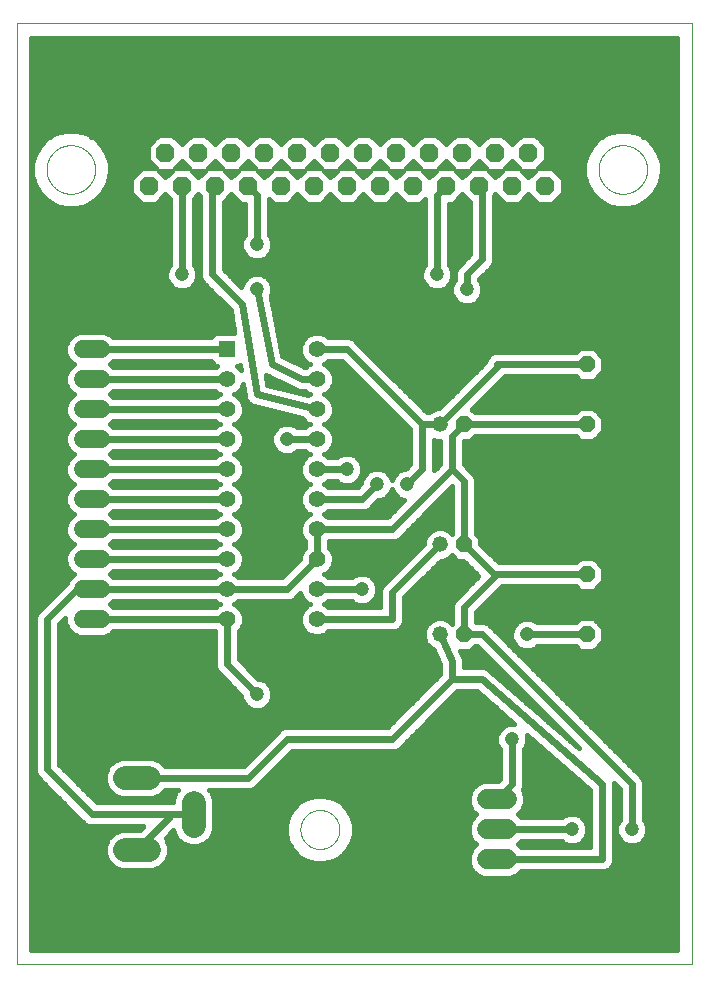
<source format=gbl>
G75*
%MOIN*%
%OFA0B0*%
%FSLAX25Y25*%
%IPPOS*%
%LPD*%
%AMOC8*
5,1,8,0,0,1.08239X$1,22.5*
%
%ADD10C,0.00000*%
%ADD11OC8,0.05200*%
%ADD12C,0.05200*%
%ADD13C,0.06600*%
%ADD14OC8,0.06200*%
%ADD15C,0.07874*%
%ADD16R,0.05500X0.05500*%
%ADD17C,0.05500*%
%ADD18C,0.06000*%
%ADD19C,0.02400*%
%ADD20C,0.04750*%
%ADD21C,0.01600*%
D10*
X0001800Y0001800D02*
X0001800Y0315501D01*
X0226721Y0315501D01*
X0226721Y0001800D01*
X0001800Y0001800D01*
X0096300Y0046800D02*
X0096302Y0046961D01*
X0096308Y0047121D01*
X0096318Y0047282D01*
X0096332Y0047442D01*
X0096350Y0047602D01*
X0096371Y0047761D01*
X0096397Y0047920D01*
X0096427Y0048078D01*
X0096460Y0048235D01*
X0096498Y0048392D01*
X0096539Y0048547D01*
X0096584Y0048701D01*
X0096633Y0048854D01*
X0096686Y0049006D01*
X0096742Y0049157D01*
X0096803Y0049306D01*
X0096866Y0049454D01*
X0096934Y0049600D01*
X0097005Y0049744D01*
X0097079Y0049886D01*
X0097157Y0050027D01*
X0097239Y0050165D01*
X0097324Y0050302D01*
X0097412Y0050436D01*
X0097504Y0050568D01*
X0097599Y0050698D01*
X0097697Y0050826D01*
X0097798Y0050951D01*
X0097902Y0051073D01*
X0098009Y0051193D01*
X0098119Y0051310D01*
X0098232Y0051425D01*
X0098348Y0051536D01*
X0098467Y0051645D01*
X0098588Y0051750D01*
X0098712Y0051853D01*
X0098838Y0051953D01*
X0098966Y0052049D01*
X0099097Y0052142D01*
X0099231Y0052232D01*
X0099366Y0052319D01*
X0099504Y0052402D01*
X0099643Y0052482D01*
X0099785Y0052558D01*
X0099928Y0052631D01*
X0100073Y0052700D01*
X0100220Y0052766D01*
X0100368Y0052828D01*
X0100518Y0052886D01*
X0100669Y0052941D01*
X0100822Y0052992D01*
X0100976Y0053039D01*
X0101131Y0053082D01*
X0101287Y0053121D01*
X0101443Y0053157D01*
X0101601Y0053188D01*
X0101759Y0053216D01*
X0101918Y0053240D01*
X0102078Y0053260D01*
X0102238Y0053276D01*
X0102398Y0053288D01*
X0102559Y0053296D01*
X0102720Y0053300D01*
X0102880Y0053300D01*
X0103041Y0053296D01*
X0103202Y0053288D01*
X0103362Y0053276D01*
X0103522Y0053260D01*
X0103682Y0053240D01*
X0103841Y0053216D01*
X0103999Y0053188D01*
X0104157Y0053157D01*
X0104313Y0053121D01*
X0104469Y0053082D01*
X0104624Y0053039D01*
X0104778Y0052992D01*
X0104931Y0052941D01*
X0105082Y0052886D01*
X0105232Y0052828D01*
X0105380Y0052766D01*
X0105527Y0052700D01*
X0105672Y0052631D01*
X0105815Y0052558D01*
X0105957Y0052482D01*
X0106096Y0052402D01*
X0106234Y0052319D01*
X0106369Y0052232D01*
X0106503Y0052142D01*
X0106634Y0052049D01*
X0106762Y0051953D01*
X0106888Y0051853D01*
X0107012Y0051750D01*
X0107133Y0051645D01*
X0107252Y0051536D01*
X0107368Y0051425D01*
X0107481Y0051310D01*
X0107591Y0051193D01*
X0107698Y0051073D01*
X0107802Y0050951D01*
X0107903Y0050826D01*
X0108001Y0050698D01*
X0108096Y0050568D01*
X0108188Y0050436D01*
X0108276Y0050302D01*
X0108361Y0050165D01*
X0108443Y0050027D01*
X0108521Y0049886D01*
X0108595Y0049744D01*
X0108666Y0049600D01*
X0108734Y0049454D01*
X0108797Y0049306D01*
X0108858Y0049157D01*
X0108914Y0049006D01*
X0108967Y0048854D01*
X0109016Y0048701D01*
X0109061Y0048547D01*
X0109102Y0048392D01*
X0109140Y0048235D01*
X0109173Y0048078D01*
X0109203Y0047920D01*
X0109229Y0047761D01*
X0109250Y0047602D01*
X0109268Y0047442D01*
X0109282Y0047282D01*
X0109292Y0047121D01*
X0109298Y0046961D01*
X0109300Y0046800D01*
X0109298Y0046639D01*
X0109292Y0046479D01*
X0109282Y0046318D01*
X0109268Y0046158D01*
X0109250Y0045998D01*
X0109229Y0045839D01*
X0109203Y0045680D01*
X0109173Y0045522D01*
X0109140Y0045365D01*
X0109102Y0045208D01*
X0109061Y0045053D01*
X0109016Y0044899D01*
X0108967Y0044746D01*
X0108914Y0044594D01*
X0108858Y0044443D01*
X0108797Y0044294D01*
X0108734Y0044146D01*
X0108666Y0044000D01*
X0108595Y0043856D01*
X0108521Y0043714D01*
X0108443Y0043573D01*
X0108361Y0043435D01*
X0108276Y0043298D01*
X0108188Y0043164D01*
X0108096Y0043032D01*
X0108001Y0042902D01*
X0107903Y0042774D01*
X0107802Y0042649D01*
X0107698Y0042527D01*
X0107591Y0042407D01*
X0107481Y0042290D01*
X0107368Y0042175D01*
X0107252Y0042064D01*
X0107133Y0041955D01*
X0107012Y0041850D01*
X0106888Y0041747D01*
X0106762Y0041647D01*
X0106634Y0041551D01*
X0106503Y0041458D01*
X0106369Y0041368D01*
X0106234Y0041281D01*
X0106096Y0041198D01*
X0105957Y0041118D01*
X0105815Y0041042D01*
X0105672Y0040969D01*
X0105527Y0040900D01*
X0105380Y0040834D01*
X0105232Y0040772D01*
X0105082Y0040714D01*
X0104931Y0040659D01*
X0104778Y0040608D01*
X0104624Y0040561D01*
X0104469Y0040518D01*
X0104313Y0040479D01*
X0104157Y0040443D01*
X0103999Y0040412D01*
X0103841Y0040384D01*
X0103682Y0040360D01*
X0103522Y0040340D01*
X0103362Y0040324D01*
X0103202Y0040312D01*
X0103041Y0040304D01*
X0102880Y0040300D01*
X0102720Y0040300D01*
X0102559Y0040304D01*
X0102398Y0040312D01*
X0102238Y0040324D01*
X0102078Y0040340D01*
X0101918Y0040360D01*
X0101759Y0040384D01*
X0101601Y0040412D01*
X0101443Y0040443D01*
X0101287Y0040479D01*
X0101131Y0040518D01*
X0100976Y0040561D01*
X0100822Y0040608D01*
X0100669Y0040659D01*
X0100518Y0040714D01*
X0100368Y0040772D01*
X0100220Y0040834D01*
X0100073Y0040900D01*
X0099928Y0040969D01*
X0099785Y0041042D01*
X0099643Y0041118D01*
X0099504Y0041198D01*
X0099366Y0041281D01*
X0099231Y0041368D01*
X0099097Y0041458D01*
X0098966Y0041551D01*
X0098838Y0041647D01*
X0098712Y0041747D01*
X0098588Y0041850D01*
X0098467Y0041955D01*
X0098348Y0042064D01*
X0098232Y0042175D01*
X0098119Y0042290D01*
X0098009Y0042407D01*
X0097902Y0042527D01*
X0097798Y0042649D01*
X0097697Y0042774D01*
X0097599Y0042902D01*
X0097504Y0043032D01*
X0097412Y0043164D01*
X0097324Y0043298D01*
X0097239Y0043435D01*
X0097157Y0043573D01*
X0097079Y0043714D01*
X0097005Y0043856D01*
X0096934Y0044000D01*
X0096866Y0044146D01*
X0096803Y0044294D01*
X0096742Y0044443D01*
X0096686Y0044594D01*
X0096633Y0044746D01*
X0096584Y0044899D01*
X0096539Y0045053D01*
X0096498Y0045208D01*
X0096460Y0045365D01*
X0096427Y0045522D01*
X0096397Y0045680D01*
X0096371Y0045839D01*
X0096350Y0045998D01*
X0096332Y0046158D01*
X0096318Y0046318D01*
X0096308Y0046479D01*
X0096302Y0046639D01*
X0096300Y0046800D01*
X0011700Y0266800D02*
X0011702Y0266999D01*
X0011710Y0267197D01*
X0011722Y0267396D01*
X0011739Y0267594D01*
X0011761Y0267792D01*
X0011788Y0267989D01*
X0011819Y0268185D01*
X0011856Y0268380D01*
X0011897Y0268575D01*
X0011943Y0268768D01*
X0011993Y0268960D01*
X0012049Y0269151D01*
X0012109Y0269341D01*
X0012173Y0269529D01*
X0012243Y0269715D01*
X0012317Y0269900D01*
X0012395Y0270082D01*
X0012478Y0270263D01*
X0012565Y0270442D01*
X0012656Y0270618D01*
X0012752Y0270792D01*
X0012852Y0270964D01*
X0012957Y0271133D01*
X0013065Y0271300D01*
X0013178Y0271464D01*
X0013294Y0271625D01*
X0013414Y0271783D01*
X0013539Y0271939D01*
X0013667Y0272091D01*
X0013798Y0272240D01*
X0013934Y0272385D01*
X0014072Y0272528D01*
X0014215Y0272666D01*
X0014360Y0272802D01*
X0014509Y0272933D01*
X0014661Y0273061D01*
X0014817Y0273186D01*
X0014975Y0273306D01*
X0015136Y0273422D01*
X0015300Y0273535D01*
X0015467Y0273643D01*
X0015636Y0273748D01*
X0015808Y0273848D01*
X0015982Y0273944D01*
X0016158Y0274035D01*
X0016337Y0274122D01*
X0016518Y0274205D01*
X0016700Y0274283D01*
X0016885Y0274357D01*
X0017071Y0274427D01*
X0017259Y0274491D01*
X0017449Y0274551D01*
X0017640Y0274607D01*
X0017832Y0274657D01*
X0018025Y0274703D01*
X0018220Y0274744D01*
X0018415Y0274781D01*
X0018611Y0274812D01*
X0018808Y0274839D01*
X0019006Y0274861D01*
X0019204Y0274878D01*
X0019403Y0274890D01*
X0019601Y0274898D01*
X0019800Y0274900D01*
X0019999Y0274898D01*
X0020197Y0274890D01*
X0020396Y0274878D01*
X0020594Y0274861D01*
X0020792Y0274839D01*
X0020989Y0274812D01*
X0021185Y0274781D01*
X0021380Y0274744D01*
X0021575Y0274703D01*
X0021768Y0274657D01*
X0021960Y0274607D01*
X0022151Y0274551D01*
X0022341Y0274491D01*
X0022529Y0274427D01*
X0022715Y0274357D01*
X0022900Y0274283D01*
X0023082Y0274205D01*
X0023263Y0274122D01*
X0023442Y0274035D01*
X0023618Y0273944D01*
X0023792Y0273848D01*
X0023964Y0273748D01*
X0024133Y0273643D01*
X0024300Y0273535D01*
X0024464Y0273422D01*
X0024625Y0273306D01*
X0024783Y0273186D01*
X0024939Y0273061D01*
X0025091Y0272933D01*
X0025240Y0272802D01*
X0025385Y0272666D01*
X0025528Y0272528D01*
X0025666Y0272385D01*
X0025802Y0272240D01*
X0025933Y0272091D01*
X0026061Y0271939D01*
X0026186Y0271783D01*
X0026306Y0271625D01*
X0026422Y0271464D01*
X0026535Y0271300D01*
X0026643Y0271133D01*
X0026748Y0270964D01*
X0026848Y0270792D01*
X0026944Y0270618D01*
X0027035Y0270442D01*
X0027122Y0270263D01*
X0027205Y0270082D01*
X0027283Y0269900D01*
X0027357Y0269715D01*
X0027427Y0269529D01*
X0027491Y0269341D01*
X0027551Y0269151D01*
X0027607Y0268960D01*
X0027657Y0268768D01*
X0027703Y0268575D01*
X0027744Y0268380D01*
X0027781Y0268185D01*
X0027812Y0267989D01*
X0027839Y0267792D01*
X0027861Y0267594D01*
X0027878Y0267396D01*
X0027890Y0267197D01*
X0027898Y0266999D01*
X0027900Y0266800D01*
X0027898Y0266601D01*
X0027890Y0266403D01*
X0027878Y0266204D01*
X0027861Y0266006D01*
X0027839Y0265808D01*
X0027812Y0265611D01*
X0027781Y0265415D01*
X0027744Y0265220D01*
X0027703Y0265025D01*
X0027657Y0264832D01*
X0027607Y0264640D01*
X0027551Y0264449D01*
X0027491Y0264259D01*
X0027427Y0264071D01*
X0027357Y0263885D01*
X0027283Y0263700D01*
X0027205Y0263518D01*
X0027122Y0263337D01*
X0027035Y0263158D01*
X0026944Y0262982D01*
X0026848Y0262808D01*
X0026748Y0262636D01*
X0026643Y0262467D01*
X0026535Y0262300D01*
X0026422Y0262136D01*
X0026306Y0261975D01*
X0026186Y0261817D01*
X0026061Y0261661D01*
X0025933Y0261509D01*
X0025802Y0261360D01*
X0025666Y0261215D01*
X0025528Y0261072D01*
X0025385Y0260934D01*
X0025240Y0260798D01*
X0025091Y0260667D01*
X0024939Y0260539D01*
X0024783Y0260414D01*
X0024625Y0260294D01*
X0024464Y0260178D01*
X0024300Y0260065D01*
X0024133Y0259957D01*
X0023964Y0259852D01*
X0023792Y0259752D01*
X0023618Y0259656D01*
X0023442Y0259565D01*
X0023263Y0259478D01*
X0023082Y0259395D01*
X0022900Y0259317D01*
X0022715Y0259243D01*
X0022529Y0259173D01*
X0022341Y0259109D01*
X0022151Y0259049D01*
X0021960Y0258993D01*
X0021768Y0258943D01*
X0021575Y0258897D01*
X0021380Y0258856D01*
X0021185Y0258819D01*
X0020989Y0258788D01*
X0020792Y0258761D01*
X0020594Y0258739D01*
X0020396Y0258722D01*
X0020197Y0258710D01*
X0019999Y0258702D01*
X0019800Y0258700D01*
X0019601Y0258702D01*
X0019403Y0258710D01*
X0019204Y0258722D01*
X0019006Y0258739D01*
X0018808Y0258761D01*
X0018611Y0258788D01*
X0018415Y0258819D01*
X0018220Y0258856D01*
X0018025Y0258897D01*
X0017832Y0258943D01*
X0017640Y0258993D01*
X0017449Y0259049D01*
X0017259Y0259109D01*
X0017071Y0259173D01*
X0016885Y0259243D01*
X0016700Y0259317D01*
X0016518Y0259395D01*
X0016337Y0259478D01*
X0016158Y0259565D01*
X0015982Y0259656D01*
X0015808Y0259752D01*
X0015636Y0259852D01*
X0015467Y0259957D01*
X0015300Y0260065D01*
X0015136Y0260178D01*
X0014975Y0260294D01*
X0014817Y0260414D01*
X0014661Y0260539D01*
X0014509Y0260667D01*
X0014360Y0260798D01*
X0014215Y0260934D01*
X0014072Y0261072D01*
X0013934Y0261215D01*
X0013798Y0261360D01*
X0013667Y0261509D01*
X0013539Y0261661D01*
X0013414Y0261817D01*
X0013294Y0261975D01*
X0013178Y0262136D01*
X0013065Y0262300D01*
X0012957Y0262467D01*
X0012852Y0262636D01*
X0012752Y0262808D01*
X0012656Y0262982D01*
X0012565Y0263158D01*
X0012478Y0263337D01*
X0012395Y0263518D01*
X0012317Y0263700D01*
X0012243Y0263885D01*
X0012173Y0264071D01*
X0012109Y0264259D01*
X0012049Y0264449D01*
X0011993Y0264640D01*
X0011943Y0264832D01*
X0011897Y0265025D01*
X0011856Y0265220D01*
X0011819Y0265415D01*
X0011788Y0265611D01*
X0011761Y0265808D01*
X0011739Y0266006D01*
X0011722Y0266204D01*
X0011710Y0266403D01*
X0011702Y0266601D01*
X0011700Y0266800D01*
X0195700Y0266800D02*
X0195702Y0266999D01*
X0195710Y0267197D01*
X0195722Y0267396D01*
X0195739Y0267594D01*
X0195761Y0267792D01*
X0195788Y0267989D01*
X0195819Y0268185D01*
X0195856Y0268380D01*
X0195897Y0268575D01*
X0195943Y0268768D01*
X0195993Y0268960D01*
X0196049Y0269151D01*
X0196109Y0269341D01*
X0196173Y0269529D01*
X0196243Y0269715D01*
X0196317Y0269900D01*
X0196395Y0270082D01*
X0196478Y0270263D01*
X0196565Y0270442D01*
X0196656Y0270618D01*
X0196752Y0270792D01*
X0196852Y0270964D01*
X0196957Y0271133D01*
X0197065Y0271300D01*
X0197178Y0271464D01*
X0197294Y0271625D01*
X0197414Y0271783D01*
X0197539Y0271939D01*
X0197667Y0272091D01*
X0197798Y0272240D01*
X0197934Y0272385D01*
X0198072Y0272528D01*
X0198215Y0272666D01*
X0198360Y0272802D01*
X0198509Y0272933D01*
X0198661Y0273061D01*
X0198817Y0273186D01*
X0198975Y0273306D01*
X0199136Y0273422D01*
X0199300Y0273535D01*
X0199467Y0273643D01*
X0199636Y0273748D01*
X0199808Y0273848D01*
X0199982Y0273944D01*
X0200158Y0274035D01*
X0200337Y0274122D01*
X0200518Y0274205D01*
X0200700Y0274283D01*
X0200885Y0274357D01*
X0201071Y0274427D01*
X0201259Y0274491D01*
X0201449Y0274551D01*
X0201640Y0274607D01*
X0201832Y0274657D01*
X0202025Y0274703D01*
X0202220Y0274744D01*
X0202415Y0274781D01*
X0202611Y0274812D01*
X0202808Y0274839D01*
X0203006Y0274861D01*
X0203204Y0274878D01*
X0203403Y0274890D01*
X0203601Y0274898D01*
X0203800Y0274900D01*
X0203999Y0274898D01*
X0204197Y0274890D01*
X0204396Y0274878D01*
X0204594Y0274861D01*
X0204792Y0274839D01*
X0204989Y0274812D01*
X0205185Y0274781D01*
X0205380Y0274744D01*
X0205575Y0274703D01*
X0205768Y0274657D01*
X0205960Y0274607D01*
X0206151Y0274551D01*
X0206341Y0274491D01*
X0206529Y0274427D01*
X0206715Y0274357D01*
X0206900Y0274283D01*
X0207082Y0274205D01*
X0207263Y0274122D01*
X0207442Y0274035D01*
X0207618Y0273944D01*
X0207792Y0273848D01*
X0207964Y0273748D01*
X0208133Y0273643D01*
X0208300Y0273535D01*
X0208464Y0273422D01*
X0208625Y0273306D01*
X0208783Y0273186D01*
X0208939Y0273061D01*
X0209091Y0272933D01*
X0209240Y0272802D01*
X0209385Y0272666D01*
X0209528Y0272528D01*
X0209666Y0272385D01*
X0209802Y0272240D01*
X0209933Y0272091D01*
X0210061Y0271939D01*
X0210186Y0271783D01*
X0210306Y0271625D01*
X0210422Y0271464D01*
X0210535Y0271300D01*
X0210643Y0271133D01*
X0210748Y0270964D01*
X0210848Y0270792D01*
X0210944Y0270618D01*
X0211035Y0270442D01*
X0211122Y0270263D01*
X0211205Y0270082D01*
X0211283Y0269900D01*
X0211357Y0269715D01*
X0211427Y0269529D01*
X0211491Y0269341D01*
X0211551Y0269151D01*
X0211607Y0268960D01*
X0211657Y0268768D01*
X0211703Y0268575D01*
X0211744Y0268380D01*
X0211781Y0268185D01*
X0211812Y0267989D01*
X0211839Y0267792D01*
X0211861Y0267594D01*
X0211878Y0267396D01*
X0211890Y0267197D01*
X0211898Y0266999D01*
X0211900Y0266800D01*
X0211898Y0266601D01*
X0211890Y0266403D01*
X0211878Y0266204D01*
X0211861Y0266006D01*
X0211839Y0265808D01*
X0211812Y0265611D01*
X0211781Y0265415D01*
X0211744Y0265220D01*
X0211703Y0265025D01*
X0211657Y0264832D01*
X0211607Y0264640D01*
X0211551Y0264449D01*
X0211491Y0264259D01*
X0211427Y0264071D01*
X0211357Y0263885D01*
X0211283Y0263700D01*
X0211205Y0263518D01*
X0211122Y0263337D01*
X0211035Y0263158D01*
X0210944Y0262982D01*
X0210848Y0262808D01*
X0210748Y0262636D01*
X0210643Y0262467D01*
X0210535Y0262300D01*
X0210422Y0262136D01*
X0210306Y0261975D01*
X0210186Y0261817D01*
X0210061Y0261661D01*
X0209933Y0261509D01*
X0209802Y0261360D01*
X0209666Y0261215D01*
X0209528Y0261072D01*
X0209385Y0260934D01*
X0209240Y0260798D01*
X0209091Y0260667D01*
X0208939Y0260539D01*
X0208783Y0260414D01*
X0208625Y0260294D01*
X0208464Y0260178D01*
X0208300Y0260065D01*
X0208133Y0259957D01*
X0207964Y0259852D01*
X0207792Y0259752D01*
X0207618Y0259656D01*
X0207442Y0259565D01*
X0207263Y0259478D01*
X0207082Y0259395D01*
X0206900Y0259317D01*
X0206715Y0259243D01*
X0206529Y0259173D01*
X0206341Y0259109D01*
X0206151Y0259049D01*
X0205960Y0258993D01*
X0205768Y0258943D01*
X0205575Y0258897D01*
X0205380Y0258856D01*
X0205185Y0258819D01*
X0204989Y0258788D01*
X0204792Y0258761D01*
X0204594Y0258739D01*
X0204396Y0258722D01*
X0204197Y0258710D01*
X0203999Y0258702D01*
X0203800Y0258700D01*
X0203601Y0258702D01*
X0203403Y0258710D01*
X0203204Y0258722D01*
X0203006Y0258739D01*
X0202808Y0258761D01*
X0202611Y0258788D01*
X0202415Y0258819D01*
X0202220Y0258856D01*
X0202025Y0258897D01*
X0201832Y0258943D01*
X0201640Y0258993D01*
X0201449Y0259049D01*
X0201259Y0259109D01*
X0201071Y0259173D01*
X0200885Y0259243D01*
X0200700Y0259317D01*
X0200518Y0259395D01*
X0200337Y0259478D01*
X0200158Y0259565D01*
X0199982Y0259656D01*
X0199808Y0259752D01*
X0199636Y0259852D01*
X0199467Y0259957D01*
X0199300Y0260065D01*
X0199136Y0260178D01*
X0198975Y0260294D01*
X0198817Y0260414D01*
X0198661Y0260539D01*
X0198509Y0260667D01*
X0198360Y0260798D01*
X0198215Y0260934D01*
X0198072Y0261072D01*
X0197934Y0261215D01*
X0197798Y0261360D01*
X0197667Y0261509D01*
X0197539Y0261661D01*
X0197414Y0261817D01*
X0197294Y0261975D01*
X0197178Y0262136D01*
X0197065Y0262300D01*
X0196957Y0262467D01*
X0196852Y0262636D01*
X0196752Y0262808D01*
X0196656Y0262982D01*
X0196565Y0263158D01*
X0196478Y0263337D01*
X0196395Y0263518D01*
X0196317Y0263700D01*
X0196243Y0263885D01*
X0196173Y0264071D01*
X0196109Y0264259D01*
X0196049Y0264449D01*
X0195993Y0264640D01*
X0195943Y0264832D01*
X0195897Y0265025D01*
X0195856Y0265220D01*
X0195819Y0265415D01*
X0195788Y0265611D01*
X0195761Y0265808D01*
X0195739Y0266006D01*
X0195722Y0266204D01*
X0195710Y0266403D01*
X0195702Y0266601D01*
X0195700Y0266800D01*
D11*
X0191800Y0201800D03*
X0191800Y0181800D03*
X0191800Y0131800D03*
X0191800Y0111800D03*
X0150800Y0111800D03*
X0150800Y0141800D03*
X0150800Y0181800D03*
D12*
X0142800Y0181800D03*
X0142800Y0141800D03*
X0142800Y0111800D03*
D13*
X0158500Y0056800D02*
X0165100Y0056800D01*
X0165100Y0046800D02*
X0158500Y0046800D01*
X0158500Y0036800D02*
X0165100Y0036800D01*
D14*
X0166800Y0261300D03*
X0161300Y0272300D03*
X0155800Y0261300D03*
X0150300Y0272300D03*
X0144800Y0261300D03*
X0139300Y0272300D03*
X0133800Y0261300D03*
X0128300Y0272300D03*
X0122800Y0261300D03*
X0117300Y0272300D03*
X0111800Y0261300D03*
X0106300Y0272300D03*
X0100800Y0261300D03*
X0095300Y0272300D03*
X0089800Y0261300D03*
X0084300Y0272300D03*
X0078800Y0261300D03*
X0073300Y0272300D03*
X0067800Y0261300D03*
X0062300Y0272300D03*
X0056800Y0261300D03*
X0051300Y0272300D03*
X0045800Y0261300D03*
X0172300Y0272300D03*
X0177800Y0261300D03*
D15*
X0045737Y0064005D02*
X0037863Y0064005D01*
X0037863Y0039989D02*
X0045737Y0039989D01*
X0060698Y0047863D02*
X0060698Y0055737D01*
D16*
X0071800Y0206800D03*
D17*
X0071800Y0196800D03*
X0071800Y0186800D03*
X0071800Y0176800D03*
X0071800Y0166800D03*
X0071800Y0156800D03*
X0071800Y0146800D03*
X0071800Y0136800D03*
X0071800Y0126800D03*
X0071800Y0116800D03*
X0101800Y0116800D03*
X0101800Y0126800D03*
X0101800Y0136800D03*
X0101800Y0146800D03*
X0101800Y0156800D03*
X0101800Y0166800D03*
X0101800Y0176800D03*
X0101800Y0186800D03*
X0101800Y0196800D03*
X0101800Y0206800D03*
D18*
X0029800Y0206800D02*
X0023800Y0206800D01*
X0023800Y0196800D02*
X0029800Y0196800D01*
X0029800Y0186800D02*
X0023800Y0186800D01*
X0023800Y0176800D02*
X0029800Y0176800D01*
X0029800Y0166800D02*
X0023800Y0166800D01*
X0023800Y0156800D02*
X0029800Y0156800D01*
X0029800Y0146800D02*
X0023800Y0146800D01*
X0023800Y0136800D02*
X0029800Y0136800D01*
X0029800Y0126800D02*
X0023800Y0126800D01*
X0023800Y0116800D02*
X0029800Y0116800D01*
D19*
X0026800Y0116800D02*
X0071800Y0116800D01*
X0071800Y0101800D01*
X0081800Y0091800D01*
X0091800Y0076800D02*
X0126800Y0076800D01*
X0146800Y0096800D01*
X0146800Y0102800D01*
X0142800Y0111800D01*
X0150800Y0111800D02*
X0156800Y0111800D01*
X0206800Y0061800D01*
X0206800Y0046800D01*
X0196800Y0036800D02*
X0196800Y0061800D01*
X0156800Y0096800D01*
X0146800Y0096800D01*
X0150800Y0111800D02*
X0150800Y0120800D01*
X0161800Y0131800D01*
X0160800Y0131800D01*
X0150800Y0141800D01*
X0150800Y0162800D01*
X0146800Y0166800D01*
X0146800Y0177800D01*
X0150800Y0181800D01*
X0191800Y0181800D01*
X0191800Y0201800D02*
X0161800Y0201800D01*
X0161800Y0200800D01*
X0142800Y0181800D01*
X0136800Y0181800D01*
X0136800Y0166800D01*
X0131800Y0161800D01*
X0121800Y0161800D02*
X0116800Y0156800D01*
X0101800Y0156800D01*
X0101800Y0146800D02*
X0126800Y0146800D01*
X0146800Y0166800D01*
X0136800Y0181800D02*
X0111800Y0206800D01*
X0101800Y0206800D01*
X0101800Y0196800D02*
X0096800Y0196800D01*
X0086800Y0201800D01*
X0081800Y0226800D01*
X0076800Y0221800D02*
X0066800Y0231800D01*
X0066800Y0260300D01*
X0067800Y0261300D01*
X0056800Y0261300D02*
X0056800Y0231800D01*
X0071800Y0206800D02*
X0026800Y0206800D01*
X0026800Y0196800D02*
X0071800Y0196800D01*
X0071800Y0186800D02*
X0026800Y0186800D01*
X0026800Y0176800D02*
X0071800Y0176800D01*
X0071800Y0166800D02*
X0026800Y0166800D01*
X0026800Y0156800D02*
X0071800Y0156800D01*
X0071800Y0146800D02*
X0026800Y0146800D01*
X0026800Y0136800D02*
X0071800Y0136800D01*
X0071800Y0126800D02*
X0026800Y0126800D01*
X0021800Y0126800D01*
X0011800Y0116800D01*
X0011800Y0066800D01*
X0026800Y0051800D01*
X0060698Y0051800D01*
X0053611Y0051800D02*
X0041800Y0039989D01*
X0041800Y0064005D02*
X0079005Y0064005D01*
X0091800Y0076800D01*
X0101800Y0116800D02*
X0126800Y0116800D01*
X0126800Y0125800D01*
X0142800Y0141800D01*
X0161800Y0131800D02*
X0191800Y0131800D01*
X0191800Y0111800D02*
X0171800Y0111800D01*
X0166800Y0076800D02*
X0166800Y0061800D01*
X0161800Y0056800D01*
X0161800Y0046800D02*
X0186800Y0046800D01*
X0196800Y0036800D02*
X0161800Y0036800D01*
X0116800Y0126800D02*
X0101800Y0126800D01*
X0101800Y0136800D02*
X0101800Y0146800D01*
X0101800Y0136800D02*
X0091800Y0126800D01*
X0071800Y0126800D01*
X0101800Y0166800D02*
X0111800Y0166800D01*
X0101800Y0176800D02*
X0091800Y0176800D01*
X0101800Y0186800D02*
X0081800Y0191800D01*
X0076800Y0221800D01*
X0081800Y0241800D02*
X0081800Y0258300D01*
X0078800Y0261300D01*
X0141800Y0258300D02*
X0141800Y0231800D01*
X0151800Y0231800D02*
X0151800Y0226800D01*
X0151800Y0231800D02*
X0156800Y0236800D01*
X0156800Y0260300D01*
X0155800Y0261300D01*
X0144800Y0261300D02*
X0141800Y0258300D01*
D20*
X0141800Y0231800D03*
X0151800Y0226800D03*
X0111800Y0166800D03*
X0121800Y0161800D03*
X0131800Y0161800D03*
X0116800Y0126800D03*
X0081800Y0091800D03*
X0091800Y0176800D03*
X0081800Y0226800D03*
X0081800Y0241800D03*
X0056800Y0231800D03*
X0166800Y0076800D03*
X0186800Y0046800D03*
X0206800Y0046800D03*
X0171800Y0111800D03*
D21*
X0175118Y0115800D02*
X0174731Y0116187D01*
X0172829Y0116975D01*
X0170771Y0116975D01*
X0168869Y0116187D01*
X0167413Y0114731D01*
X0166625Y0112829D01*
X0166625Y0110771D01*
X0167413Y0108869D01*
X0168869Y0107413D01*
X0170771Y0106625D01*
X0172829Y0106625D01*
X0174731Y0107413D01*
X0175118Y0107800D01*
X0188163Y0107800D01*
X0189563Y0106400D01*
X0194037Y0106400D01*
X0197200Y0109563D01*
X0197200Y0114037D01*
X0194037Y0117200D01*
X0189563Y0117200D01*
X0188163Y0115800D01*
X0175118Y0115800D01*
X0174508Y0116279D02*
X0188643Y0116279D01*
X0194957Y0116279D02*
X0221921Y0116279D01*
X0221921Y0114681D02*
X0196556Y0114681D01*
X0197200Y0113082D02*
X0221921Y0113082D01*
X0221921Y0111484D02*
X0197200Y0111484D01*
X0197200Y0109885D02*
X0221921Y0109885D01*
X0221921Y0108287D02*
X0195924Y0108287D01*
X0194325Y0106688D02*
X0221921Y0106688D01*
X0221921Y0105090D02*
X0169167Y0105090D01*
X0170618Y0106688D02*
X0167568Y0106688D01*
X0167995Y0108287D02*
X0165970Y0108287D01*
X0166992Y0109885D02*
X0164371Y0109885D01*
X0162773Y0111484D02*
X0166625Y0111484D01*
X0166730Y0113082D02*
X0161174Y0113082D01*
X0159576Y0114681D02*
X0167392Y0114681D01*
X0169092Y0116279D02*
X0154800Y0116279D01*
X0154800Y0115800D02*
X0154800Y0119143D01*
X0163457Y0127800D01*
X0188163Y0127800D01*
X0189563Y0126400D01*
X0194037Y0126400D01*
X0197200Y0129563D01*
X0197200Y0134037D01*
X0194037Y0137200D01*
X0189563Y0137200D01*
X0188163Y0135800D01*
X0162457Y0135800D01*
X0156200Y0142057D01*
X0156200Y0144037D01*
X0154800Y0145437D01*
X0154800Y0163596D01*
X0154191Y0165066D01*
X0150800Y0168457D01*
X0150800Y0176143D01*
X0151057Y0176400D01*
X0153037Y0176400D01*
X0154437Y0177800D01*
X0188163Y0177800D01*
X0189563Y0176400D01*
X0194037Y0176400D01*
X0197200Y0179563D01*
X0197200Y0184037D01*
X0194037Y0187200D01*
X0189563Y0187200D01*
X0188163Y0185800D01*
X0154437Y0185800D01*
X0153447Y0186790D01*
X0164457Y0197800D01*
X0188163Y0197800D01*
X0189563Y0196400D01*
X0194037Y0196400D01*
X0197200Y0199563D01*
X0197200Y0204037D01*
X0194037Y0207200D01*
X0189563Y0207200D01*
X0188163Y0205800D01*
X0161004Y0205800D01*
X0159534Y0205191D01*
X0158409Y0204066D01*
X0157800Y0202596D01*
X0157800Y0202457D01*
X0142543Y0187200D01*
X0141726Y0187200D01*
X0139741Y0186378D01*
X0139163Y0185800D01*
X0138457Y0185800D01*
X0115191Y0209066D01*
X0114066Y0210191D01*
X0112596Y0210800D01*
X0105649Y0210800D01*
X0104944Y0211505D01*
X0102904Y0212350D01*
X0100696Y0212350D01*
X0098656Y0211505D01*
X0097095Y0209944D01*
X0096250Y0207904D01*
X0096250Y0205696D01*
X0097095Y0203656D01*
X0098656Y0202095D01*
X0099368Y0201800D01*
X0098656Y0201505D01*
X0097951Y0200800D01*
X0097744Y0200800D01*
X0090339Y0204503D01*
X0086375Y0224322D01*
X0086975Y0225771D01*
X0086975Y0227829D01*
X0086187Y0229731D01*
X0084731Y0231187D01*
X0082829Y0231975D01*
X0080771Y0231975D01*
X0078869Y0231187D01*
X0077413Y0229731D01*
X0076625Y0227829D01*
X0076625Y0227632D01*
X0070800Y0233457D01*
X0070800Y0255956D01*
X0073300Y0258456D01*
X0076356Y0255400D01*
X0077800Y0255400D01*
X0077800Y0245118D01*
X0077413Y0244731D01*
X0076625Y0242829D01*
X0076625Y0240771D01*
X0077413Y0238869D01*
X0078869Y0237413D01*
X0080771Y0236625D01*
X0082829Y0236625D01*
X0084731Y0237413D01*
X0086187Y0238869D01*
X0086975Y0240771D01*
X0086975Y0242829D01*
X0086187Y0244731D01*
X0085800Y0245118D01*
X0085800Y0256956D01*
X0087356Y0255400D01*
X0092244Y0255400D01*
X0095300Y0258456D01*
X0098356Y0255400D01*
X0103244Y0255400D01*
X0106300Y0258456D01*
X0109356Y0255400D01*
X0114244Y0255400D01*
X0117300Y0258456D01*
X0120356Y0255400D01*
X0125244Y0255400D01*
X0128300Y0258456D01*
X0131356Y0255400D01*
X0136244Y0255400D01*
X0137800Y0256956D01*
X0137800Y0235118D01*
X0137413Y0234731D01*
X0136625Y0232829D01*
X0136625Y0230771D01*
X0137413Y0228869D01*
X0138869Y0227413D01*
X0140771Y0226625D01*
X0142829Y0226625D01*
X0144731Y0227413D01*
X0146187Y0228869D01*
X0146975Y0230771D01*
X0146975Y0232829D01*
X0146187Y0234731D01*
X0145800Y0235118D01*
X0145800Y0255400D01*
X0147244Y0255400D01*
X0150300Y0258456D01*
X0152800Y0255956D01*
X0152800Y0238457D01*
X0148409Y0234066D01*
X0147800Y0232596D01*
X0147800Y0230118D01*
X0147413Y0229731D01*
X0146625Y0227829D01*
X0146625Y0225771D01*
X0147413Y0223869D01*
X0148869Y0222413D01*
X0150771Y0221625D01*
X0152829Y0221625D01*
X0154731Y0222413D01*
X0156187Y0223869D01*
X0156975Y0225771D01*
X0156975Y0227829D01*
X0156187Y0229731D01*
X0155800Y0230118D01*
X0155800Y0230143D01*
X0159066Y0233409D01*
X0160191Y0234534D01*
X0160800Y0236004D01*
X0160800Y0257956D01*
X0161300Y0258456D01*
X0164356Y0255400D01*
X0169244Y0255400D01*
X0172300Y0258456D01*
X0175356Y0255400D01*
X0180244Y0255400D01*
X0183700Y0258856D01*
X0183700Y0263744D01*
X0180244Y0267200D01*
X0175544Y0267200D01*
X0178200Y0269856D01*
X0178200Y0274744D01*
X0174744Y0278200D01*
X0169856Y0278200D01*
X0166800Y0275144D01*
X0163744Y0278200D01*
X0158856Y0278200D01*
X0155800Y0275144D01*
X0152744Y0278200D01*
X0147856Y0278200D01*
X0144800Y0275144D01*
X0141744Y0278200D01*
X0136856Y0278200D01*
X0133800Y0275144D01*
X0130744Y0278200D01*
X0125856Y0278200D01*
X0122800Y0275144D01*
X0119744Y0278200D01*
X0114856Y0278200D01*
X0111800Y0275144D01*
X0108744Y0278200D01*
X0103856Y0278200D01*
X0100800Y0275144D01*
X0097744Y0278200D01*
X0092856Y0278200D01*
X0089800Y0275144D01*
X0086744Y0278200D01*
X0081856Y0278200D01*
X0078800Y0275144D01*
X0075744Y0278200D01*
X0070856Y0278200D01*
X0067800Y0275144D01*
X0064744Y0278200D01*
X0059856Y0278200D01*
X0056800Y0275144D01*
X0053744Y0278200D01*
X0048856Y0278200D01*
X0045400Y0274744D01*
X0045400Y0269856D01*
X0048056Y0267200D01*
X0043356Y0267200D01*
X0039900Y0263744D01*
X0039900Y0258856D01*
X0043356Y0255400D01*
X0048244Y0255400D01*
X0051300Y0258456D01*
X0052800Y0256956D01*
X0052800Y0235118D01*
X0052413Y0234731D01*
X0051625Y0232829D01*
X0051625Y0230771D01*
X0052413Y0228869D01*
X0053869Y0227413D01*
X0055771Y0226625D01*
X0057829Y0226625D01*
X0059731Y0227413D01*
X0061187Y0228869D01*
X0061975Y0230771D01*
X0061975Y0232829D01*
X0061187Y0234731D01*
X0060800Y0235118D01*
X0060800Y0256956D01*
X0062300Y0258456D01*
X0062800Y0257956D01*
X0062800Y0231004D01*
X0063409Y0229534D01*
X0064534Y0228409D01*
X0073065Y0219878D01*
X0074320Y0212350D01*
X0068493Y0212350D01*
X0067464Y0211924D01*
X0066676Y0211136D01*
X0066537Y0210800D01*
X0034002Y0210800D01*
X0033085Y0211717D01*
X0030954Y0212600D01*
X0022646Y0212600D01*
X0020515Y0211717D01*
X0018883Y0210085D01*
X0018000Y0207954D01*
X0018000Y0205646D01*
X0018883Y0203515D01*
X0020515Y0201883D01*
X0020715Y0201800D01*
X0020515Y0201717D01*
X0018883Y0200085D01*
X0018000Y0197954D01*
X0018000Y0195646D01*
X0018883Y0193515D01*
X0020515Y0191883D01*
X0020715Y0191800D01*
X0020515Y0191717D01*
X0018883Y0190085D01*
X0018000Y0187954D01*
X0018000Y0185646D01*
X0018883Y0183515D01*
X0020515Y0181883D01*
X0020715Y0181800D01*
X0020515Y0181717D01*
X0018883Y0180085D01*
X0018000Y0177954D01*
X0018000Y0175646D01*
X0018883Y0173515D01*
X0020515Y0171883D01*
X0020715Y0171800D01*
X0020515Y0171717D01*
X0018883Y0170085D01*
X0018000Y0167954D01*
X0018000Y0165646D01*
X0018883Y0163515D01*
X0020515Y0161883D01*
X0020715Y0161800D01*
X0020515Y0161717D01*
X0018883Y0160085D01*
X0018000Y0157954D01*
X0018000Y0155646D01*
X0018883Y0153515D01*
X0020515Y0151883D01*
X0020715Y0151800D01*
X0020515Y0151717D01*
X0018883Y0150085D01*
X0018000Y0147954D01*
X0018000Y0145646D01*
X0018883Y0143515D01*
X0020515Y0141883D01*
X0020715Y0141800D01*
X0020515Y0141717D01*
X0018883Y0140085D01*
X0018000Y0137954D01*
X0018000Y0135646D01*
X0018883Y0133515D01*
X0020515Y0131883D01*
X0020715Y0131800D01*
X0020515Y0131717D01*
X0018883Y0130085D01*
X0018497Y0129154D01*
X0018409Y0129066D01*
X0008409Y0119066D01*
X0007800Y0117596D01*
X0007800Y0066004D01*
X0008409Y0064534D01*
X0009534Y0063409D01*
X0024534Y0048409D01*
X0026004Y0047800D01*
X0043954Y0047800D01*
X0042880Y0046726D01*
X0036523Y0046726D01*
X0034047Y0045700D01*
X0032152Y0043805D01*
X0031126Y0041329D01*
X0031126Y0038649D01*
X0032152Y0036173D01*
X0034047Y0034278D01*
X0036523Y0033252D01*
X0047077Y0033252D01*
X0049553Y0034278D01*
X0051448Y0036173D01*
X0052474Y0038649D01*
X0052474Y0041329D01*
X0051448Y0043805D01*
X0051361Y0043893D01*
X0053969Y0046502D01*
X0054986Y0044047D01*
X0056881Y0042152D01*
X0059358Y0041126D01*
X0062038Y0041126D01*
X0064514Y0042152D01*
X0066409Y0044047D01*
X0067435Y0046523D01*
X0067435Y0057077D01*
X0066409Y0059553D01*
X0065957Y0060005D01*
X0079800Y0060005D01*
X0081271Y0060614D01*
X0093457Y0072800D01*
X0127596Y0072800D01*
X0129066Y0073409D01*
X0148457Y0092800D01*
X0155297Y0092800D01*
X0167669Y0081975D01*
X0165771Y0081975D01*
X0163869Y0081187D01*
X0162413Y0079731D01*
X0161625Y0077829D01*
X0161625Y0075771D01*
X0162413Y0073869D01*
X0162800Y0073482D01*
X0162800Y0063457D01*
X0162243Y0062900D01*
X0157287Y0062900D01*
X0155045Y0061971D01*
X0153329Y0060255D01*
X0152400Y0058013D01*
X0152400Y0055587D01*
X0153329Y0053345D01*
X0154873Y0051800D01*
X0153329Y0050255D01*
X0152400Y0048013D01*
X0152400Y0045587D01*
X0153329Y0043345D01*
X0154873Y0041800D01*
X0153329Y0040255D01*
X0152400Y0038013D01*
X0152400Y0035587D01*
X0153329Y0033345D01*
X0155045Y0031629D01*
X0157287Y0030700D01*
X0166313Y0030700D01*
X0168555Y0031629D01*
X0169727Y0032800D01*
X0197596Y0032800D01*
X0199066Y0033409D01*
X0200191Y0034534D01*
X0200800Y0036004D01*
X0200800Y0061142D01*
X0200844Y0061272D01*
X0200800Y0061933D01*
X0200800Y0062143D01*
X0202800Y0060143D01*
X0202800Y0050118D01*
X0202413Y0049731D01*
X0201625Y0047829D01*
X0201625Y0045771D01*
X0202413Y0043869D01*
X0203869Y0042413D01*
X0205771Y0041625D01*
X0207829Y0041625D01*
X0209731Y0042413D01*
X0211187Y0043869D01*
X0211975Y0045771D01*
X0211975Y0047829D01*
X0211187Y0049731D01*
X0210800Y0050118D01*
X0210800Y0062596D01*
X0210191Y0064066D01*
X0209066Y0065191D01*
X0159066Y0115191D01*
X0157596Y0115800D01*
X0154800Y0115800D01*
X0154800Y0117878D02*
X0221921Y0117878D01*
X0221921Y0119476D02*
X0155133Y0119476D01*
X0156732Y0121075D02*
X0221921Y0121075D01*
X0221921Y0122673D02*
X0158330Y0122673D01*
X0159929Y0124272D02*
X0221921Y0124272D01*
X0221921Y0125870D02*
X0161527Y0125870D01*
X0163126Y0127469D02*
X0188494Y0127469D01*
X0195106Y0127469D02*
X0221921Y0127469D01*
X0221921Y0129068D02*
X0196704Y0129068D01*
X0197200Y0130666D02*
X0221921Y0130666D01*
X0221921Y0132265D02*
X0197200Y0132265D01*
X0197200Y0133863D02*
X0221921Y0133863D01*
X0221921Y0135462D02*
X0195775Y0135462D01*
X0194177Y0137060D02*
X0221921Y0137060D01*
X0221921Y0138659D02*
X0159598Y0138659D01*
X0158000Y0140257D02*
X0221921Y0140257D01*
X0221921Y0141856D02*
X0156401Y0141856D01*
X0156200Y0143454D02*
X0221921Y0143454D01*
X0221921Y0145053D02*
X0155184Y0145053D01*
X0154800Y0146651D02*
X0221921Y0146651D01*
X0221921Y0148250D02*
X0154800Y0148250D01*
X0154800Y0149848D02*
X0221921Y0149848D01*
X0221921Y0151447D02*
X0154800Y0151447D01*
X0154800Y0153045D02*
X0221921Y0153045D01*
X0221921Y0154644D02*
X0154800Y0154644D01*
X0154800Y0156242D02*
X0221921Y0156242D01*
X0221921Y0157841D02*
X0154800Y0157841D01*
X0154800Y0159439D02*
X0221921Y0159439D01*
X0221921Y0161038D02*
X0154800Y0161038D01*
X0154800Y0162636D02*
X0221921Y0162636D01*
X0221921Y0164235D02*
X0154535Y0164235D01*
X0153424Y0165833D02*
X0221921Y0165833D01*
X0221921Y0167432D02*
X0151825Y0167432D01*
X0150800Y0169030D02*
X0221921Y0169030D01*
X0221921Y0170629D02*
X0150800Y0170629D01*
X0150800Y0172227D02*
X0221921Y0172227D01*
X0221921Y0173826D02*
X0150800Y0173826D01*
X0150800Y0175424D02*
X0221921Y0175424D01*
X0221921Y0177023D02*
X0194660Y0177023D01*
X0196258Y0178621D02*
X0221921Y0178621D01*
X0221921Y0180220D02*
X0197200Y0180220D01*
X0197200Y0181818D02*
X0221921Y0181818D01*
X0221921Y0183417D02*
X0197200Y0183417D01*
X0196221Y0185015D02*
X0221921Y0185015D01*
X0221921Y0186614D02*
X0194623Y0186614D01*
X0188977Y0186614D02*
X0153623Y0186614D01*
X0154869Y0188212D02*
X0221921Y0188212D01*
X0221921Y0189811D02*
X0156468Y0189811D01*
X0158066Y0191409D02*
X0221921Y0191409D01*
X0221921Y0193008D02*
X0159665Y0193008D01*
X0161263Y0194606D02*
X0221921Y0194606D01*
X0221921Y0196205D02*
X0162862Y0196205D01*
X0157801Y0202599D02*
X0121658Y0202599D01*
X0123256Y0201001D02*
X0156344Y0201001D01*
X0154745Y0199402D02*
X0124855Y0199402D01*
X0126453Y0197803D02*
X0153147Y0197803D01*
X0151548Y0196205D02*
X0128052Y0196205D01*
X0129650Y0194606D02*
X0149950Y0194606D01*
X0148351Y0193008D02*
X0131249Y0193008D01*
X0132847Y0191409D02*
X0146753Y0191409D01*
X0145154Y0189811D02*
X0134446Y0189811D01*
X0136044Y0188212D02*
X0143556Y0188212D01*
X0140311Y0186614D02*
X0137643Y0186614D01*
X0132723Y0180220D02*
X0106229Y0180220D01*
X0106505Y0179944D02*
X0104944Y0181505D01*
X0104232Y0181800D01*
X0104944Y0182095D01*
X0106505Y0183656D01*
X0107350Y0185696D01*
X0107350Y0187904D01*
X0106505Y0189944D01*
X0104944Y0191505D01*
X0104232Y0191800D01*
X0104944Y0192095D01*
X0106505Y0193656D01*
X0107350Y0195696D01*
X0107350Y0197904D01*
X0106505Y0199944D01*
X0104944Y0201505D01*
X0104232Y0201800D01*
X0104944Y0202095D01*
X0105649Y0202800D01*
X0110143Y0202800D01*
X0132800Y0180143D01*
X0132800Y0168457D01*
X0131318Y0166975D01*
X0130771Y0166975D01*
X0128869Y0166187D01*
X0127413Y0164731D01*
X0126800Y0163251D01*
X0126187Y0164731D01*
X0124731Y0166187D01*
X0122829Y0166975D01*
X0120771Y0166975D01*
X0118869Y0166187D01*
X0117413Y0164731D01*
X0116625Y0162829D01*
X0116625Y0162282D01*
X0115143Y0160800D01*
X0105649Y0160800D01*
X0104944Y0161505D01*
X0104232Y0161800D01*
X0104944Y0162095D01*
X0105649Y0162800D01*
X0108482Y0162800D01*
X0108869Y0162413D01*
X0110771Y0161625D01*
X0112829Y0161625D01*
X0114731Y0162413D01*
X0116187Y0163869D01*
X0116975Y0165771D01*
X0116975Y0167829D01*
X0116187Y0169731D01*
X0114731Y0171187D01*
X0112829Y0171975D01*
X0110771Y0171975D01*
X0108869Y0171187D01*
X0108482Y0170800D01*
X0105649Y0170800D01*
X0104944Y0171505D01*
X0104232Y0171800D01*
X0104944Y0172095D01*
X0106505Y0173656D01*
X0107350Y0175696D01*
X0107350Y0177904D01*
X0106505Y0179944D01*
X0107053Y0178621D02*
X0132800Y0178621D01*
X0132800Y0177023D02*
X0107350Y0177023D01*
X0107237Y0175424D02*
X0132800Y0175424D01*
X0132800Y0173826D02*
X0106575Y0173826D01*
X0105076Y0172227D02*
X0132800Y0172227D01*
X0132800Y0170629D02*
X0115289Y0170629D01*
X0116477Y0169030D02*
X0132800Y0169030D01*
X0131775Y0167432D02*
X0116975Y0167432D01*
X0116975Y0165833D02*
X0118515Y0165833D01*
X0117207Y0164235D02*
X0116339Y0164235D01*
X0116625Y0162636D02*
X0114955Y0162636D01*
X0115381Y0161038D02*
X0105411Y0161038D01*
X0105485Y0162636D02*
X0108645Y0162636D01*
X0099368Y0161800D02*
X0098656Y0161505D01*
X0097095Y0159944D01*
X0096250Y0157904D01*
X0096250Y0155696D01*
X0097095Y0153656D01*
X0098656Y0152095D01*
X0099368Y0151800D01*
X0098656Y0151505D01*
X0097095Y0149944D01*
X0096250Y0147904D01*
X0096250Y0145696D01*
X0097095Y0143656D01*
X0097800Y0142951D01*
X0097800Y0140649D01*
X0097095Y0139944D01*
X0096250Y0137904D01*
X0096250Y0136907D01*
X0090143Y0130800D01*
X0075649Y0130800D01*
X0074944Y0131505D01*
X0074232Y0131800D01*
X0074944Y0132095D01*
X0076505Y0133656D01*
X0077350Y0135696D01*
X0077350Y0137904D01*
X0076505Y0139944D01*
X0074944Y0141505D01*
X0074232Y0141800D01*
X0074944Y0142095D01*
X0076505Y0143656D01*
X0077350Y0145696D01*
X0077350Y0147904D01*
X0076505Y0149944D01*
X0074944Y0151505D01*
X0074232Y0151800D01*
X0074944Y0152095D01*
X0076505Y0153656D01*
X0077350Y0155696D01*
X0077350Y0157904D01*
X0076505Y0159944D01*
X0074944Y0161505D01*
X0074232Y0161800D01*
X0074944Y0162095D01*
X0076505Y0163656D01*
X0077350Y0165696D01*
X0077350Y0167904D01*
X0076505Y0169944D01*
X0074944Y0171505D01*
X0074232Y0171800D01*
X0074944Y0172095D01*
X0076505Y0173656D01*
X0077350Y0175696D01*
X0077350Y0177904D01*
X0076505Y0179944D01*
X0074944Y0181505D01*
X0074232Y0181800D01*
X0074944Y0182095D01*
X0076505Y0183656D01*
X0077350Y0185696D01*
X0077350Y0187904D01*
X0076505Y0189944D01*
X0074944Y0191505D01*
X0074232Y0191800D01*
X0074944Y0192095D01*
X0076505Y0193656D01*
X0077169Y0195258D01*
X0077849Y0191177D01*
X0077961Y0190424D01*
X0077979Y0190393D01*
X0077985Y0190358D01*
X0078388Y0189712D01*
X0078779Y0189060D01*
X0078808Y0189038D01*
X0078828Y0189008D01*
X0079446Y0188566D01*
X0080058Y0188112D01*
X0080093Y0188104D01*
X0080122Y0188083D01*
X0080864Y0187911D01*
X0097004Y0183876D01*
X0097095Y0183656D01*
X0098656Y0182095D01*
X0099368Y0181800D01*
X0098656Y0181505D01*
X0097951Y0180800D01*
X0095118Y0180800D01*
X0094731Y0181187D01*
X0092829Y0181975D01*
X0090771Y0181975D01*
X0088869Y0181187D01*
X0087413Y0179731D01*
X0086625Y0177829D01*
X0086625Y0175771D01*
X0087413Y0173869D01*
X0088869Y0172413D01*
X0090771Y0171625D01*
X0092829Y0171625D01*
X0094731Y0172413D01*
X0095118Y0172800D01*
X0097951Y0172800D01*
X0098656Y0172095D01*
X0099368Y0171800D01*
X0098656Y0171505D01*
X0097095Y0169944D01*
X0096250Y0167904D01*
X0096250Y0165696D01*
X0097095Y0163656D01*
X0098656Y0162095D01*
X0099368Y0161800D01*
X0098189Y0161038D02*
X0075411Y0161038D01*
X0075485Y0162636D02*
X0098115Y0162636D01*
X0096855Y0164235D02*
X0076745Y0164235D01*
X0077350Y0165833D02*
X0096250Y0165833D01*
X0096250Y0167432D02*
X0077350Y0167432D01*
X0076883Y0169030D02*
X0096717Y0169030D01*
X0097780Y0170629D02*
X0075820Y0170629D01*
X0075076Y0172227D02*
X0089317Y0172227D01*
X0087456Y0173826D02*
X0076575Y0173826D01*
X0077237Y0175424D02*
X0086769Y0175424D01*
X0086625Y0177023D02*
X0077350Y0177023D01*
X0077053Y0178621D02*
X0086953Y0178621D01*
X0087902Y0180220D02*
X0076229Y0180220D01*
X0074276Y0181818D02*
X0090393Y0181818D01*
X0093207Y0181818D02*
X0099324Y0181818D01*
X0097334Y0183417D02*
X0076266Y0183417D01*
X0077068Y0185015D02*
X0092446Y0185015D01*
X0093461Y0193008D02*
X0095440Y0193008D01*
X0095723Y0192866D02*
X0095869Y0192856D01*
X0096004Y0192800D01*
X0096658Y0192800D01*
X0097310Y0192754D01*
X0097449Y0192800D01*
X0097951Y0192800D01*
X0098656Y0192095D01*
X0099368Y0191800D01*
X0098963Y0191632D01*
X0085314Y0195044D01*
X0084764Y0198346D01*
X0084788Y0198334D01*
X0085243Y0198030D01*
X0085494Y0197981D01*
X0094431Y0193513D01*
X0094534Y0193409D01*
X0095138Y0193159D01*
X0095723Y0192866D01*
X0092243Y0194606D02*
X0087066Y0194606D01*
X0085121Y0196205D02*
X0089046Y0196205D01*
X0085849Y0197803D02*
X0084855Y0197803D01*
X0090949Y0204198D02*
X0096871Y0204198D01*
X0096250Y0205796D02*
X0090080Y0205796D01*
X0089760Y0207395D02*
X0096250Y0207395D01*
X0096701Y0208993D02*
X0089441Y0208993D01*
X0089121Y0210592D02*
X0097743Y0210592D01*
X0100310Y0212190D02*
X0088801Y0212190D01*
X0088481Y0213789D02*
X0221921Y0213789D01*
X0221921Y0215387D02*
X0088162Y0215387D01*
X0087842Y0216986D02*
X0221921Y0216986D01*
X0221921Y0218584D02*
X0087522Y0218584D01*
X0087203Y0220183D02*
X0221921Y0220183D01*
X0221921Y0221781D02*
X0153206Y0221781D01*
X0155698Y0223380D02*
X0221921Y0223380D01*
X0221921Y0224978D02*
X0156647Y0224978D01*
X0156975Y0226577D02*
X0221921Y0226577D01*
X0221921Y0228175D02*
X0156832Y0228175D01*
X0156145Y0229774D02*
X0221921Y0229774D01*
X0221921Y0231372D02*
X0157029Y0231372D01*
X0158628Y0232971D02*
X0221921Y0232971D01*
X0221921Y0234569D02*
X0160206Y0234569D01*
X0160800Y0236168D02*
X0221921Y0236168D01*
X0221921Y0237766D02*
X0160800Y0237766D01*
X0160800Y0239365D02*
X0221921Y0239365D01*
X0221921Y0240963D02*
X0160800Y0240963D01*
X0160800Y0242562D02*
X0221921Y0242562D01*
X0221921Y0244160D02*
X0160800Y0244160D01*
X0160800Y0245759D02*
X0221921Y0245759D01*
X0221921Y0247357D02*
X0160800Y0247357D01*
X0160800Y0248956D02*
X0221921Y0248956D01*
X0221921Y0250554D02*
X0160800Y0250554D01*
X0160800Y0252153D02*
X0221921Y0252153D01*
X0221921Y0253751D02*
X0160800Y0253751D01*
X0160800Y0255350D02*
X0197832Y0255350D01*
X0198821Y0254779D02*
X0202102Y0253900D01*
X0205498Y0253900D01*
X0208779Y0254779D01*
X0211721Y0256477D01*
X0214123Y0258879D01*
X0215821Y0261821D01*
X0216700Y0265102D01*
X0216700Y0268498D01*
X0215821Y0271779D01*
X0214123Y0274721D01*
X0211721Y0277123D01*
X0208779Y0278821D01*
X0205498Y0279700D01*
X0202102Y0279700D01*
X0198821Y0278821D01*
X0195879Y0277123D01*
X0193477Y0274721D01*
X0191779Y0271779D01*
X0190900Y0268498D01*
X0190900Y0265102D01*
X0191779Y0261821D01*
X0193477Y0258879D01*
X0195879Y0256477D01*
X0198821Y0254779D01*
X0195408Y0256948D02*
X0181792Y0256948D01*
X0183391Y0258547D02*
X0193810Y0258547D01*
X0192746Y0260145D02*
X0183700Y0260145D01*
X0183700Y0261744D02*
X0191823Y0261744D01*
X0191371Y0263342D02*
X0183700Y0263342D01*
X0182503Y0264941D02*
X0190943Y0264941D01*
X0190900Y0266539D02*
X0180904Y0266539D01*
X0178080Y0269737D02*
X0191232Y0269737D01*
X0190900Y0268138D02*
X0176482Y0268138D01*
X0174556Y0266400D02*
X0172300Y0264144D01*
X0170044Y0266400D01*
X0174556Y0266400D01*
X0173097Y0264941D02*
X0171503Y0264941D01*
X0169056Y0267200D02*
X0164544Y0267200D01*
X0166800Y0269456D01*
X0169056Y0267200D01*
X0168118Y0268138D02*
X0165482Y0268138D01*
X0163556Y0266400D02*
X0161300Y0264144D01*
X0159044Y0266400D01*
X0163556Y0266400D01*
X0162097Y0264941D02*
X0160503Y0264941D01*
X0158056Y0267200D02*
X0153544Y0267200D01*
X0155800Y0269456D01*
X0158056Y0267200D01*
X0157118Y0268138D02*
X0154482Y0268138D01*
X0152556Y0266400D02*
X0150300Y0264144D01*
X0148044Y0266400D01*
X0152556Y0266400D01*
X0151097Y0264941D02*
X0149503Y0264941D01*
X0147056Y0267200D02*
X0142544Y0267200D01*
X0144800Y0269456D01*
X0147056Y0267200D01*
X0146118Y0268138D02*
X0143482Y0268138D01*
X0141556Y0266400D02*
X0139300Y0264144D01*
X0137044Y0266400D01*
X0141556Y0266400D01*
X0140097Y0264941D02*
X0138503Y0264941D01*
X0136056Y0267200D02*
X0131544Y0267200D01*
X0133800Y0269456D01*
X0136056Y0267200D01*
X0135118Y0268138D02*
X0132482Y0268138D01*
X0130556Y0266400D02*
X0128300Y0264144D01*
X0126044Y0266400D01*
X0130556Y0266400D01*
X0129097Y0264941D02*
X0127503Y0264941D01*
X0125056Y0267200D02*
X0120544Y0267200D01*
X0122800Y0269456D01*
X0125056Y0267200D01*
X0124118Y0268138D02*
X0121482Y0268138D01*
X0119556Y0266400D02*
X0117300Y0264144D01*
X0115044Y0266400D01*
X0119556Y0266400D01*
X0118097Y0264941D02*
X0116503Y0264941D01*
X0114056Y0267200D02*
X0109544Y0267200D01*
X0111800Y0269456D01*
X0114056Y0267200D01*
X0113118Y0268138D02*
X0110482Y0268138D01*
X0108556Y0266400D02*
X0106300Y0264144D01*
X0104044Y0266400D01*
X0108556Y0266400D01*
X0107097Y0264941D02*
X0105503Y0264941D01*
X0103056Y0267200D02*
X0098544Y0267200D01*
X0100800Y0269456D01*
X0103056Y0267200D01*
X0102118Y0268138D02*
X0099482Y0268138D01*
X0097556Y0266400D02*
X0095300Y0264144D01*
X0093044Y0266400D01*
X0097556Y0266400D01*
X0096097Y0264941D02*
X0094503Y0264941D01*
X0092056Y0267200D02*
X0087544Y0267200D01*
X0089800Y0269456D01*
X0092056Y0267200D01*
X0091118Y0268138D02*
X0088482Y0268138D01*
X0086556Y0266400D02*
X0084300Y0264144D01*
X0082044Y0266400D01*
X0086556Y0266400D01*
X0085097Y0264941D02*
X0083503Y0264941D01*
X0081056Y0267200D02*
X0076544Y0267200D01*
X0078800Y0269456D01*
X0081056Y0267200D01*
X0080118Y0268138D02*
X0077482Y0268138D01*
X0075556Y0266400D02*
X0073300Y0264144D01*
X0071044Y0266400D01*
X0075556Y0266400D01*
X0074097Y0264941D02*
X0072503Y0264941D01*
X0070056Y0267200D02*
X0065544Y0267200D01*
X0067800Y0269456D01*
X0070056Y0267200D01*
X0069118Y0268138D02*
X0066482Y0268138D01*
X0064556Y0266400D02*
X0062300Y0264144D01*
X0060044Y0266400D01*
X0064556Y0266400D01*
X0063097Y0264941D02*
X0061503Y0264941D01*
X0059056Y0267200D02*
X0054544Y0267200D01*
X0056800Y0269456D01*
X0059056Y0267200D01*
X0058118Y0268138D02*
X0055482Y0268138D01*
X0053556Y0266400D02*
X0051300Y0264144D01*
X0049044Y0266400D01*
X0053556Y0266400D01*
X0052097Y0264941D02*
X0050503Y0264941D01*
X0047118Y0268138D02*
X0032700Y0268138D01*
X0032700Y0268498D02*
X0031821Y0271779D01*
X0030123Y0274721D01*
X0027721Y0277123D01*
X0024779Y0278821D01*
X0021498Y0279700D01*
X0018102Y0279700D01*
X0014821Y0278821D01*
X0011879Y0277123D01*
X0009477Y0274721D01*
X0007779Y0271779D01*
X0006900Y0268498D01*
X0006900Y0265102D01*
X0007779Y0261821D01*
X0009477Y0258879D01*
X0011879Y0256477D01*
X0014821Y0254779D01*
X0018102Y0253900D01*
X0021498Y0253900D01*
X0024779Y0254779D01*
X0027721Y0256477D01*
X0030123Y0258879D01*
X0031821Y0261821D01*
X0032700Y0265102D01*
X0032700Y0268498D01*
X0032368Y0269737D02*
X0045520Y0269737D01*
X0045400Y0271335D02*
X0031940Y0271335D01*
X0031154Y0272934D02*
X0045400Y0272934D01*
X0045400Y0274532D02*
X0030232Y0274532D01*
X0028713Y0276131D02*
X0046787Y0276131D01*
X0048385Y0277729D02*
X0026670Y0277729D01*
X0022888Y0279328D02*
X0200712Y0279328D01*
X0196930Y0277729D02*
X0175215Y0277729D01*
X0176813Y0276131D02*
X0194887Y0276131D01*
X0193368Y0274532D02*
X0178200Y0274532D01*
X0178200Y0272934D02*
X0192446Y0272934D01*
X0191660Y0271335D02*
X0178200Y0271335D01*
X0169385Y0277729D02*
X0164215Y0277729D01*
X0165813Y0276131D02*
X0167787Y0276131D01*
X0158385Y0277729D02*
X0153215Y0277729D01*
X0154813Y0276131D02*
X0156787Y0276131D01*
X0147385Y0277729D02*
X0142215Y0277729D01*
X0143813Y0276131D02*
X0145787Y0276131D01*
X0136385Y0277729D02*
X0131215Y0277729D01*
X0132813Y0276131D02*
X0134787Y0276131D01*
X0125385Y0277729D02*
X0120215Y0277729D01*
X0121813Y0276131D02*
X0123787Y0276131D01*
X0114385Y0277729D02*
X0109215Y0277729D01*
X0110813Y0276131D02*
X0112787Y0276131D01*
X0103385Y0277729D02*
X0098215Y0277729D01*
X0099813Y0276131D02*
X0101787Y0276131D01*
X0092385Y0277729D02*
X0087215Y0277729D01*
X0088813Y0276131D02*
X0090787Y0276131D01*
X0081385Y0277729D02*
X0076215Y0277729D01*
X0077813Y0276131D02*
X0079787Y0276131D01*
X0070385Y0277729D02*
X0065215Y0277729D01*
X0066813Y0276131D02*
X0068787Y0276131D01*
X0059385Y0277729D02*
X0054215Y0277729D01*
X0055813Y0276131D02*
X0057787Y0276131D01*
X0060800Y0256948D02*
X0062800Y0256948D01*
X0062800Y0255350D02*
X0060800Y0255350D01*
X0060800Y0253751D02*
X0062800Y0253751D01*
X0062800Y0252153D02*
X0060800Y0252153D01*
X0060800Y0250554D02*
X0062800Y0250554D01*
X0062800Y0248956D02*
X0060800Y0248956D01*
X0060800Y0247357D02*
X0062800Y0247357D01*
X0062800Y0245759D02*
X0060800Y0245759D01*
X0060800Y0244160D02*
X0062800Y0244160D01*
X0062800Y0242562D02*
X0060800Y0242562D01*
X0060800Y0240963D02*
X0062800Y0240963D01*
X0062800Y0239365D02*
X0060800Y0239365D01*
X0060800Y0237766D02*
X0062800Y0237766D01*
X0062800Y0236168D02*
X0060800Y0236168D01*
X0061254Y0234569D02*
X0062800Y0234569D01*
X0062800Y0232971D02*
X0061916Y0232971D01*
X0061975Y0231372D02*
X0062800Y0231372D01*
X0063310Y0229774D02*
X0061562Y0229774D01*
X0060493Y0228175D02*
X0064768Y0228175D01*
X0066366Y0226577D02*
X0006600Y0226577D01*
X0006600Y0228175D02*
X0053107Y0228175D01*
X0052038Y0229774D02*
X0006600Y0229774D01*
X0006600Y0231372D02*
X0051625Y0231372D01*
X0051684Y0232971D02*
X0006600Y0232971D01*
X0006600Y0234569D02*
X0052346Y0234569D01*
X0052800Y0236168D02*
X0006600Y0236168D01*
X0006600Y0237766D02*
X0052800Y0237766D01*
X0052800Y0239365D02*
X0006600Y0239365D01*
X0006600Y0240963D02*
X0052800Y0240963D01*
X0052800Y0242562D02*
X0006600Y0242562D01*
X0006600Y0244160D02*
X0052800Y0244160D01*
X0052800Y0245759D02*
X0006600Y0245759D01*
X0006600Y0247357D02*
X0052800Y0247357D01*
X0052800Y0248956D02*
X0006600Y0248956D01*
X0006600Y0250554D02*
X0052800Y0250554D01*
X0052800Y0252153D02*
X0006600Y0252153D01*
X0006600Y0253751D02*
X0052800Y0253751D01*
X0052800Y0255350D02*
X0025768Y0255350D01*
X0028192Y0256948D02*
X0041808Y0256948D01*
X0040209Y0258547D02*
X0029790Y0258547D01*
X0030854Y0260145D02*
X0039900Y0260145D01*
X0039900Y0261744D02*
X0031777Y0261744D01*
X0032229Y0263342D02*
X0039900Y0263342D01*
X0041097Y0264941D02*
X0032657Y0264941D01*
X0032700Y0266539D02*
X0042696Y0266539D01*
X0049792Y0256948D02*
X0052800Y0256948D01*
X0070800Y0255350D02*
X0077800Y0255350D01*
X0077800Y0253751D02*
X0070800Y0253751D01*
X0070800Y0252153D02*
X0077800Y0252153D01*
X0077800Y0250554D02*
X0070800Y0250554D01*
X0070800Y0248956D02*
X0077800Y0248956D01*
X0077800Y0247357D02*
X0070800Y0247357D01*
X0070800Y0245759D02*
X0077800Y0245759D01*
X0077177Y0244160D02*
X0070800Y0244160D01*
X0070800Y0242562D02*
X0076625Y0242562D01*
X0076625Y0240963D02*
X0070800Y0240963D01*
X0070800Y0239365D02*
X0077208Y0239365D01*
X0078515Y0237766D02*
X0070800Y0237766D01*
X0070800Y0236168D02*
X0137800Y0236168D01*
X0137800Y0237766D02*
X0085085Y0237766D01*
X0086392Y0239365D02*
X0137800Y0239365D01*
X0137800Y0240963D02*
X0086975Y0240963D01*
X0086975Y0242562D02*
X0137800Y0242562D01*
X0137800Y0244160D02*
X0086423Y0244160D01*
X0085800Y0245759D02*
X0137800Y0245759D01*
X0137800Y0247357D02*
X0085800Y0247357D01*
X0085800Y0248956D02*
X0137800Y0248956D01*
X0137800Y0250554D02*
X0085800Y0250554D01*
X0085800Y0252153D02*
X0137800Y0252153D01*
X0137800Y0253751D02*
X0085800Y0253751D01*
X0085800Y0255350D02*
X0137800Y0255350D01*
X0137792Y0256948D02*
X0137800Y0256948D01*
X0145800Y0255350D02*
X0152800Y0255350D01*
X0152800Y0253751D02*
X0145800Y0253751D01*
X0145800Y0252153D02*
X0152800Y0252153D01*
X0152800Y0250554D02*
X0145800Y0250554D01*
X0145800Y0248956D02*
X0152800Y0248956D01*
X0152800Y0247357D02*
X0145800Y0247357D01*
X0145800Y0245759D02*
X0152800Y0245759D01*
X0152800Y0244160D02*
X0145800Y0244160D01*
X0145800Y0242562D02*
X0152800Y0242562D01*
X0152800Y0240963D02*
X0145800Y0240963D01*
X0145800Y0239365D02*
X0152800Y0239365D01*
X0152109Y0237766D02*
X0145800Y0237766D01*
X0145800Y0236168D02*
X0150511Y0236168D01*
X0148912Y0234569D02*
X0146254Y0234569D01*
X0146916Y0232971D02*
X0147955Y0232971D01*
X0147800Y0231372D02*
X0146975Y0231372D01*
X0146562Y0229774D02*
X0147455Y0229774D01*
X0146768Y0228175D02*
X0145493Y0228175D01*
X0146625Y0226577D02*
X0086975Y0226577D01*
X0086832Y0228175D02*
X0138107Y0228175D01*
X0137038Y0229774D02*
X0086145Y0229774D01*
X0084284Y0231372D02*
X0136625Y0231372D01*
X0136684Y0232971D02*
X0071286Y0232971D01*
X0070800Y0234569D02*
X0137346Y0234569D01*
X0146953Y0224978D02*
X0086647Y0224978D01*
X0086563Y0223380D02*
X0147902Y0223380D01*
X0150394Y0221781D02*
X0086883Y0221781D01*
X0079316Y0231372D02*
X0072885Y0231372D01*
X0074483Y0229774D02*
X0077455Y0229774D01*
X0076768Y0228175D02*
X0076082Y0228175D01*
X0071162Y0221781D02*
X0006600Y0221781D01*
X0006600Y0220183D02*
X0072760Y0220183D01*
X0073281Y0218584D02*
X0006600Y0218584D01*
X0006600Y0216986D02*
X0073547Y0216986D01*
X0073814Y0215387D02*
X0006600Y0215387D01*
X0006600Y0213789D02*
X0074080Y0213789D01*
X0068107Y0212190D02*
X0031943Y0212190D01*
X0034002Y0202800D02*
X0066537Y0202800D01*
X0066676Y0202464D01*
X0067464Y0201676D01*
X0068428Y0201277D01*
X0067951Y0200800D01*
X0034002Y0200800D01*
X0033085Y0201717D01*
X0032885Y0201800D01*
X0033085Y0201883D01*
X0034002Y0202800D01*
X0033801Y0202599D02*
X0066620Y0202599D01*
X0068152Y0201001D02*
X0033802Y0201001D01*
X0034002Y0192800D02*
X0067951Y0192800D01*
X0068656Y0192095D01*
X0069368Y0191800D01*
X0068656Y0191505D01*
X0067951Y0190800D01*
X0034002Y0190800D01*
X0033085Y0191717D01*
X0032885Y0191800D01*
X0033085Y0191883D01*
X0034002Y0192800D01*
X0033393Y0191409D02*
X0068561Y0191409D01*
X0075039Y0191409D02*
X0077810Y0191409D01*
X0077543Y0193008D02*
X0075857Y0193008D01*
X0076899Y0194606D02*
X0077277Y0194606D01*
X0076364Y0200085D02*
X0075172Y0201277D01*
X0076101Y0201662D01*
X0076364Y0200085D01*
X0076211Y0201001D02*
X0075448Y0201001D01*
X0076560Y0189811D02*
X0078326Y0189811D01*
X0077222Y0188212D02*
X0079923Y0188212D01*
X0077350Y0186614D02*
X0086052Y0186614D01*
X0094283Y0172227D02*
X0098524Y0172227D01*
X0104276Y0181818D02*
X0131125Y0181818D01*
X0129526Y0183417D02*
X0106266Y0183417D01*
X0107068Y0185015D02*
X0127928Y0185015D01*
X0126329Y0186614D02*
X0107350Y0186614D01*
X0107222Y0188212D02*
X0124731Y0188212D01*
X0123132Y0189811D02*
X0106560Y0189811D01*
X0105039Y0191409D02*
X0121534Y0191409D01*
X0119935Y0193008D02*
X0105857Y0193008D01*
X0106899Y0194606D02*
X0118337Y0194606D01*
X0116738Y0196205D02*
X0107350Y0196205D01*
X0107350Y0197803D02*
X0115140Y0197803D01*
X0113541Y0199402D02*
X0106729Y0199402D01*
X0105448Y0201001D02*
X0111943Y0201001D01*
X0110344Y0202599D02*
X0105448Y0202599D01*
X0103290Y0212190D02*
X0221921Y0212190D01*
X0221921Y0210592D02*
X0113099Y0210592D01*
X0115264Y0208993D02*
X0221921Y0208993D01*
X0221921Y0207395D02*
X0116862Y0207395D01*
X0118461Y0205796D02*
X0160995Y0205796D01*
X0158541Y0204198D02*
X0120059Y0204198D01*
X0140800Y0176784D02*
X0141726Y0176400D01*
X0142800Y0176400D01*
X0142800Y0168457D01*
X0140800Y0166457D01*
X0140800Y0176784D01*
X0140800Y0175424D02*
X0142800Y0175424D01*
X0142800Y0173826D02*
X0140800Y0173826D01*
X0140800Y0172227D02*
X0142800Y0172227D01*
X0142800Y0170629D02*
X0140800Y0170629D01*
X0140800Y0169030D02*
X0142800Y0169030D01*
X0141775Y0167432D02*
X0140800Y0167432D01*
X0145096Y0159439D02*
X0146800Y0159439D01*
X0146800Y0157841D02*
X0143498Y0157841D01*
X0141899Y0156242D02*
X0146800Y0156242D01*
X0146800Y0154644D02*
X0140301Y0154644D01*
X0138702Y0153045D02*
X0146800Y0153045D01*
X0146800Y0151447D02*
X0137104Y0151447D01*
X0135505Y0149848D02*
X0146800Y0149848D01*
X0146800Y0148250D02*
X0133906Y0148250D01*
X0132308Y0146651D02*
X0140401Y0146651D01*
X0139741Y0146378D02*
X0141726Y0147200D01*
X0143874Y0147200D01*
X0145859Y0146378D01*
X0146800Y0145437D01*
X0146800Y0161143D01*
X0146800Y0161143D01*
X0129066Y0143409D01*
X0127596Y0142800D01*
X0105800Y0142800D01*
X0105800Y0140649D01*
X0106505Y0139944D01*
X0107350Y0137904D01*
X0107350Y0135696D01*
X0106505Y0133656D01*
X0104944Y0132095D01*
X0104232Y0131800D01*
X0104944Y0131505D01*
X0105649Y0130800D01*
X0113482Y0130800D01*
X0113869Y0131187D01*
X0115771Y0131975D01*
X0117829Y0131975D01*
X0119731Y0131187D01*
X0121187Y0129731D01*
X0121975Y0127829D01*
X0121975Y0125771D01*
X0121187Y0123869D01*
X0119731Y0122413D01*
X0117829Y0121625D01*
X0115771Y0121625D01*
X0113869Y0122413D01*
X0113482Y0122800D01*
X0105649Y0122800D01*
X0104944Y0122095D01*
X0104232Y0121800D01*
X0104944Y0121505D01*
X0105649Y0120800D01*
X0122800Y0120800D01*
X0122800Y0125004D01*
X0122800Y0126596D01*
X0123409Y0128066D01*
X0137400Y0142057D01*
X0137400Y0142874D01*
X0138222Y0144859D01*
X0139741Y0146378D01*
X0138416Y0145053D02*
X0130709Y0145053D01*
X0129111Y0143454D02*
X0137640Y0143454D01*
X0137199Y0141856D02*
X0105800Y0141856D01*
X0106192Y0140257D02*
X0135600Y0140257D01*
X0134002Y0138659D02*
X0107037Y0138659D01*
X0107350Y0137060D02*
X0132403Y0137060D01*
X0130805Y0135462D02*
X0107253Y0135462D01*
X0106591Y0133863D02*
X0129206Y0133863D01*
X0127608Y0132265D02*
X0105113Y0132265D01*
X0105522Y0122673D02*
X0113608Y0122673D01*
X0119992Y0122673D02*
X0122800Y0122673D01*
X0122800Y0121075D02*
X0105374Y0121075D01*
X0099368Y0121800D02*
X0098656Y0121505D01*
X0097095Y0119944D01*
X0096250Y0117904D01*
X0096250Y0115696D01*
X0097095Y0113656D01*
X0098656Y0112095D01*
X0100696Y0111250D01*
X0102904Y0111250D01*
X0104944Y0112095D01*
X0105649Y0112800D01*
X0127596Y0112800D01*
X0129066Y0113409D01*
X0130191Y0114534D01*
X0130800Y0116004D01*
X0130800Y0124143D01*
X0143057Y0136400D01*
X0143874Y0136400D01*
X0145859Y0137222D01*
X0146800Y0138163D01*
X0148563Y0136400D01*
X0150543Y0136400D01*
X0155643Y0131300D01*
X0147409Y0123066D01*
X0146800Y0121596D01*
X0146800Y0115437D01*
X0145859Y0116378D01*
X0143874Y0117200D01*
X0141726Y0117200D01*
X0139741Y0116378D01*
X0138222Y0114859D01*
X0137400Y0112874D01*
X0137400Y0110726D01*
X0138222Y0108741D01*
X0139741Y0107222D01*
X0140619Y0106859D01*
X0142800Y0101951D01*
X0142800Y0098457D01*
X0125143Y0080800D01*
X0091004Y0080800D01*
X0089534Y0080191D01*
X0088409Y0079066D01*
X0077348Y0068005D01*
X0051265Y0068005D01*
X0049553Y0069716D01*
X0047077Y0070742D01*
X0036523Y0070742D01*
X0034047Y0069716D01*
X0032152Y0067821D01*
X0031126Y0065345D01*
X0031126Y0062665D01*
X0032152Y0060189D01*
X0034047Y0058293D01*
X0036523Y0057268D01*
X0047077Y0057268D01*
X0049553Y0058293D01*
X0051265Y0060005D01*
X0055438Y0060005D01*
X0054986Y0059553D01*
X0053961Y0057077D01*
X0053961Y0055800D01*
X0028457Y0055800D01*
X0015800Y0068457D01*
X0015800Y0115143D01*
X0018000Y0117343D01*
X0018000Y0115646D01*
X0018883Y0113515D01*
X0020515Y0111883D01*
X0022646Y0111000D01*
X0030954Y0111000D01*
X0033085Y0111883D01*
X0034002Y0112800D01*
X0067800Y0112800D01*
X0067800Y0101004D01*
X0068409Y0099534D01*
X0076625Y0091318D01*
X0076625Y0090771D01*
X0077413Y0088869D01*
X0078869Y0087413D01*
X0080771Y0086625D01*
X0082829Y0086625D01*
X0084731Y0087413D01*
X0086187Y0088869D01*
X0086975Y0090771D01*
X0086975Y0092829D01*
X0086187Y0094731D01*
X0084731Y0096187D01*
X0082829Y0096975D01*
X0082282Y0096975D01*
X0075800Y0103457D01*
X0075800Y0112951D01*
X0076505Y0113656D01*
X0077350Y0115696D01*
X0077350Y0117904D01*
X0076505Y0119944D01*
X0074944Y0121505D01*
X0074232Y0121800D01*
X0074944Y0122095D01*
X0075649Y0122800D01*
X0092596Y0122800D01*
X0094066Y0123409D01*
X0096280Y0125623D01*
X0097095Y0123656D01*
X0098656Y0122095D01*
X0099368Y0121800D01*
X0098226Y0121075D02*
X0075374Y0121075D01*
X0075522Y0122673D02*
X0098078Y0122673D01*
X0096840Y0124272D02*
X0094929Y0124272D01*
X0096901Y0119476D02*
X0076699Y0119476D01*
X0077350Y0117878D02*
X0096250Y0117878D01*
X0096250Y0116279D02*
X0077350Y0116279D01*
X0076930Y0114681D02*
X0096670Y0114681D01*
X0097669Y0113082D02*
X0075931Y0113082D01*
X0075800Y0111484D02*
X0100131Y0111484D01*
X0103469Y0111484D02*
X0137400Y0111484D01*
X0137486Y0113082D02*
X0128277Y0113082D01*
X0130252Y0114681D02*
X0138148Y0114681D01*
X0139643Y0116279D02*
X0130800Y0116279D01*
X0130800Y0117878D02*
X0146800Y0117878D01*
X0146800Y0119476D02*
X0130800Y0119476D01*
X0130800Y0121075D02*
X0146800Y0121075D01*
X0147246Y0122673D02*
X0130800Y0122673D01*
X0130929Y0124272D02*
X0148615Y0124272D01*
X0150214Y0125870D02*
X0132527Y0125870D01*
X0134126Y0127469D02*
X0151812Y0127469D01*
X0153411Y0129068D02*
X0135724Y0129068D01*
X0137323Y0130666D02*
X0155009Y0130666D01*
X0154679Y0132265D02*
X0138921Y0132265D01*
X0140520Y0133863D02*
X0153080Y0133863D01*
X0151482Y0135462D02*
X0142118Y0135462D01*
X0145468Y0137060D02*
X0147903Y0137060D01*
X0146800Y0146651D02*
X0145199Y0146651D01*
X0146695Y0161038D02*
X0146800Y0161038D01*
X0153660Y0177023D02*
X0188940Y0177023D01*
X0195440Y0197803D02*
X0221921Y0197803D01*
X0221921Y0199402D02*
X0197039Y0199402D01*
X0197200Y0201001D02*
X0221921Y0201001D01*
X0221921Y0202599D02*
X0197200Y0202599D01*
X0197039Y0204198D02*
X0221921Y0204198D01*
X0221921Y0205796D02*
X0195441Y0205796D01*
X0209768Y0255350D02*
X0221921Y0255350D01*
X0221921Y0256948D02*
X0212192Y0256948D01*
X0213790Y0258547D02*
X0221921Y0258547D01*
X0221921Y0260145D02*
X0214854Y0260145D01*
X0215777Y0261744D02*
X0221921Y0261744D01*
X0221921Y0263342D02*
X0216229Y0263342D01*
X0216657Y0264941D02*
X0221921Y0264941D01*
X0221921Y0266539D02*
X0216700Y0266539D01*
X0216700Y0268138D02*
X0221921Y0268138D01*
X0221921Y0269737D02*
X0216368Y0269737D01*
X0215940Y0271335D02*
X0221921Y0271335D01*
X0221921Y0272934D02*
X0215154Y0272934D01*
X0214232Y0274532D02*
X0221921Y0274532D01*
X0221921Y0276131D02*
X0212713Y0276131D01*
X0210670Y0277729D02*
X0221921Y0277729D01*
X0221921Y0279328D02*
X0206888Y0279328D01*
X0221921Y0280926D02*
X0006600Y0280926D01*
X0006600Y0279328D02*
X0016712Y0279328D01*
X0012930Y0277729D02*
X0006600Y0277729D01*
X0006600Y0276131D02*
X0010887Y0276131D01*
X0009368Y0274532D02*
X0006600Y0274532D01*
X0006600Y0272934D02*
X0008446Y0272934D01*
X0007660Y0271335D02*
X0006600Y0271335D01*
X0006600Y0269737D02*
X0007232Y0269737D01*
X0006900Y0268138D02*
X0006600Y0268138D01*
X0006600Y0266539D02*
X0006900Y0266539D01*
X0006943Y0264941D02*
X0006600Y0264941D01*
X0006600Y0263342D02*
X0007371Y0263342D01*
X0007823Y0261744D02*
X0006600Y0261744D01*
X0006600Y0260145D02*
X0008746Y0260145D01*
X0009810Y0258547D02*
X0006600Y0258547D01*
X0006600Y0256948D02*
X0011408Y0256948D01*
X0013832Y0255350D02*
X0006600Y0255350D01*
X0006600Y0282525D02*
X0221921Y0282525D01*
X0221921Y0284123D02*
X0006600Y0284123D01*
X0006600Y0285722D02*
X0221921Y0285722D01*
X0221921Y0287320D02*
X0006600Y0287320D01*
X0006600Y0288919D02*
X0221921Y0288919D01*
X0221921Y0290517D02*
X0006600Y0290517D01*
X0006600Y0292116D02*
X0221921Y0292116D01*
X0221921Y0293714D02*
X0006600Y0293714D01*
X0006600Y0295313D02*
X0221921Y0295313D01*
X0221921Y0296911D02*
X0006600Y0296911D01*
X0006600Y0298510D02*
X0221921Y0298510D01*
X0221921Y0300108D02*
X0006600Y0300108D01*
X0006600Y0301707D02*
X0221921Y0301707D01*
X0221921Y0303305D02*
X0006600Y0303305D01*
X0006600Y0304904D02*
X0221921Y0304904D01*
X0221921Y0306502D02*
X0006600Y0306502D01*
X0006600Y0308101D02*
X0221921Y0308101D01*
X0221921Y0309699D02*
X0006600Y0309699D01*
X0006600Y0310701D02*
X0221921Y0310701D01*
X0221921Y0006600D01*
X0006600Y0006600D01*
X0006600Y0310701D01*
X0006600Y0224978D02*
X0067965Y0224978D01*
X0069563Y0223380D02*
X0006600Y0223380D01*
X0006600Y0212190D02*
X0021657Y0212190D01*
X0019389Y0210592D02*
X0006600Y0210592D01*
X0006600Y0208993D02*
X0018431Y0208993D01*
X0018000Y0207395D02*
X0006600Y0207395D01*
X0006600Y0205796D02*
X0018000Y0205796D01*
X0018600Y0204198D02*
X0006600Y0204198D01*
X0006600Y0202599D02*
X0019799Y0202599D01*
X0019798Y0201001D02*
X0006600Y0201001D01*
X0006600Y0199402D02*
X0018600Y0199402D01*
X0018000Y0197803D02*
X0006600Y0197803D01*
X0006600Y0196205D02*
X0018000Y0196205D01*
X0018431Y0194606D02*
X0006600Y0194606D01*
X0006600Y0193008D02*
X0019390Y0193008D01*
X0020207Y0191409D02*
X0006600Y0191409D01*
X0006600Y0189811D02*
X0018769Y0189811D01*
X0018107Y0188212D02*
X0006600Y0188212D01*
X0006600Y0186614D02*
X0018000Y0186614D01*
X0018261Y0185015D02*
X0006600Y0185015D01*
X0006600Y0183417D02*
X0018981Y0183417D01*
X0020671Y0181818D02*
X0006600Y0181818D01*
X0006600Y0180220D02*
X0019017Y0180220D01*
X0018277Y0178621D02*
X0006600Y0178621D01*
X0006600Y0177023D02*
X0018000Y0177023D01*
X0018092Y0175424D02*
X0006600Y0175424D01*
X0006600Y0173826D02*
X0018754Y0173826D01*
X0020170Y0172227D02*
X0006600Y0172227D01*
X0006600Y0170629D02*
X0019426Y0170629D01*
X0018446Y0169030D02*
X0006600Y0169030D01*
X0006600Y0167432D02*
X0018000Y0167432D01*
X0018000Y0165833D02*
X0006600Y0165833D01*
X0006600Y0164235D02*
X0018585Y0164235D01*
X0019761Y0162636D02*
X0006600Y0162636D01*
X0006600Y0161038D02*
X0019835Y0161038D01*
X0018615Y0159439D02*
X0006600Y0159439D01*
X0006600Y0157841D02*
X0018000Y0157841D01*
X0018000Y0156242D02*
X0006600Y0156242D01*
X0006600Y0154644D02*
X0018415Y0154644D01*
X0019352Y0153045D02*
X0006600Y0153045D01*
X0006600Y0151447D02*
X0020244Y0151447D01*
X0018785Y0149848D02*
X0006600Y0149848D01*
X0006600Y0148250D02*
X0018123Y0148250D01*
X0018000Y0146651D02*
X0006600Y0146651D01*
X0006600Y0145053D02*
X0018246Y0145053D01*
X0018943Y0143454D02*
X0006600Y0143454D01*
X0006600Y0141856D02*
X0020581Y0141856D01*
X0019055Y0140257D02*
X0006600Y0140257D01*
X0006600Y0138659D02*
X0018292Y0138659D01*
X0018000Y0137060D02*
X0006600Y0137060D01*
X0006600Y0135462D02*
X0018077Y0135462D01*
X0018739Y0133863D02*
X0006600Y0133863D01*
X0006600Y0132265D02*
X0020133Y0132265D01*
X0019464Y0130666D02*
X0006600Y0130666D01*
X0006600Y0129068D02*
X0018411Y0129068D01*
X0016812Y0127469D02*
X0006600Y0127469D01*
X0006600Y0125870D02*
X0015214Y0125870D01*
X0013615Y0124272D02*
X0006600Y0124272D01*
X0006600Y0122673D02*
X0012017Y0122673D01*
X0010418Y0121075D02*
X0006600Y0121075D01*
X0006600Y0119476D02*
X0008820Y0119476D01*
X0007917Y0117878D02*
X0006600Y0117878D01*
X0006600Y0116279D02*
X0007800Y0116279D01*
X0007800Y0114681D02*
X0006600Y0114681D01*
X0006600Y0113082D02*
X0007800Y0113082D01*
X0007800Y0111484D02*
X0006600Y0111484D01*
X0006600Y0109885D02*
X0007800Y0109885D01*
X0007800Y0108287D02*
X0006600Y0108287D01*
X0006600Y0106688D02*
X0007800Y0106688D01*
X0007800Y0105090D02*
X0006600Y0105090D01*
X0006600Y0103491D02*
X0007800Y0103491D01*
X0007800Y0101893D02*
X0006600Y0101893D01*
X0006600Y0100294D02*
X0007800Y0100294D01*
X0007800Y0098696D02*
X0006600Y0098696D01*
X0006600Y0097097D02*
X0007800Y0097097D01*
X0007800Y0095499D02*
X0006600Y0095499D01*
X0006600Y0093900D02*
X0007800Y0093900D01*
X0007800Y0092302D02*
X0006600Y0092302D01*
X0006600Y0090703D02*
X0007800Y0090703D01*
X0007800Y0089105D02*
X0006600Y0089105D01*
X0006600Y0087506D02*
X0007800Y0087506D01*
X0007800Y0085908D02*
X0006600Y0085908D01*
X0006600Y0084309D02*
X0007800Y0084309D01*
X0007800Y0082711D02*
X0006600Y0082711D01*
X0006600Y0081112D02*
X0007800Y0081112D01*
X0007800Y0079514D02*
X0006600Y0079514D01*
X0006600Y0077915D02*
X0007800Y0077915D01*
X0007800Y0076317D02*
X0006600Y0076317D01*
X0006600Y0074718D02*
X0007800Y0074718D01*
X0007800Y0073120D02*
X0006600Y0073120D01*
X0006600Y0071521D02*
X0007800Y0071521D01*
X0007800Y0069923D02*
X0006600Y0069923D01*
X0006600Y0068324D02*
X0007800Y0068324D01*
X0007800Y0066726D02*
X0006600Y0066726D01*
X0006600Y0065127D02*
X0008163Y0065127D01*
X0009415Y0063529D02*
X0006600Y0063529D01*
X0006600Y0061930D02*
X0011013Y0061930D01*
X0012612Y0060332D02*
X0006600Y0060332D01*
X0006600Y0058733D02*
X0014210Y0058733D01*
X0015809Y0057134D02*
X0006600Y0057134D01*
X0006600Y0055536D02*
X0017407Y0055536D01*
X0019006Y0053937D02*
X0006600Y0053937D01*
X0006600Y0052339D02*
X0020604Y0052339D01*
X0022203Y0050740D02*
X0006600Y0050740D01*
X0006600Y0049142D02*
X0023801Y0049142D01*
X0027122Y0057134D02*
X0053984Y0057134D01*
X0054647Y0058733D02*
X0049993Y0058733D01*
X0053611Y0051800D02*
X0060698Y0051800D01*
X0067435Y0052339D02*
X0092950Y0052339D01*
X0092270Y0051162D02*
X0091500Y0048288D01*
X0091500Y0045312D01*
X0092270Y0042438D01*
X0093758Y0039862D01*
X0095862Y0037758D01*
X0098438Y0036270D01*
X0101312Y0035500D01*
X0104288Y0035500D01*
X0107162Y0036270D01*
X0109738Y0037758D01*
X0111842Y0039862D01*
X0113330Y0042438D01*
X0114100Y0045312D01*
X0114100Y0048288D01*
X0113330Y0051162D01*
X0111842Y0053738D01*
X0109738Y0055842D01*
X0107162Y0057330D01*
X0104288Y0058100D01*
X0101312Y0058100D01*
X0098438Y0057330D01*
X0095862Y0055842D01*
X0093758Y0053738D01*
X0092270Y0051162D01*
X0092157Y0050740D02*
X0067435Y0050740D01*
X0067435Y0049142D02*
X0091729Y0049142D01*
X0091500Y0047543D02*
X0067435Y0047543D01*
X0067195Y0045945D02*
X0091500Y0045945D01*
X0091759Y0044346D02*
X0066533Y0044346D01*
X0065110Y0042748D02*
X0092187Y0042748D01*
X0093014Y0041149D02*
X0062094Y0041149D01*
X0059301Y0041149D02*
X0052474Y0041149D01*
X0052474Y0039551D02*
X0094069Y0039551D01*
X0095667Y0037952D02*
X0052185Y0037952D01*
X0051523Y0036354D02*
X0098293Y0036354D01*
X0107307Y0036354D02*
X0152400Y0036354D01*
X0152400Y0037952D02*
X0109933Y0037952D01*
X0111531Y0039551D02*
X0153037Y0039551D01*
X0154223Y0041149D02*
X0112586Y0041149D01*
X0113413Y0042748D02*
X0153925Y0042748D01*
X0152914Y0044346D02*
X0113841Y0044346D01*
X0114100Y0045945D02*
X0152400Y0045945D01*
X0152400Y0047543D02*
X0114100Y0047543D01*
X0113871Y0049142D02*
X0152867Y0049142D01*
X0153814Y0050740D02*
X0113443Y0050740D01*
X0112650Y0052339D02*
X0154334Y0052339D01*
X0153083Y0053937D02*
X0111643Y0053937D01*
X0110045Y0055536D02*
X0152421Y0055536D01*
X0152400Y0057134D02*
X0107500Y0057134D01*
X0098100Y0057134D02*
X0067411Y0057134D01*
X0067435Y0055536D02*
X0095555Y0055536D01*
X0093957Y0053937D02*
X0067435Y0053937D01*
X0066749Y0058733D02*
X0152698Y0058733D01*
X0153405Y0060332D02*
X0080589Y0060332D01*
X0082587Y0061930D02*
X0155003Y0061930D01*
X0162800Y0063529D02*
X0084185Y0063529D01*
X0085784Y0065127D02*
X0162800Y0065127D01*
X0162800Y0066726D02*
X0087382Y0066726D01*
X0088981Y0068324D02*
X0162800Y0068324D01*
X0162800Y0069923D02*
X0090579Y0069923D01*
X0092178Y0071521D02*
X0162800Y0071521D01*
X0162800Y0073120D02*
X0128367Y0073120D01*
X0130375Y0074718D02*
X0162061Y0074718D01*
X0161625Y0076317D02*
X0131973Y0076317D01*
X0133572Y0077915D02*
X0161661Y0077915D01*
X0162323Y0079514D02*
X0135171Y0079514D01*
X0136769Y0081112D02*
X0163794Y0081112D01*
X0165001Y0084309D02*
X0139966Y0084309D01*
X0138368Y0082711D02*
X0166828Y0082711D01*
X0163174Y0085908D02*
X0141565Y0085908D01*
X0143163Y0087506D02*
X0161347Y0087506D01*
X0159520Y0089105D02*
X0144762Y0089105D01*
X0146360Y0090703D02*
X0157693Y0090703D01*
X0155866Y0092302D02*
X0147959Y0092302D01*
X0142800Y0098696D02*
X0080561Y0098696D01*
X0078963Y0100294D02*
X0142800Y0100294D01*
X0142800Y0101893D02*
X0077364Y0101893D01*
X0075800Y0103491D02*
X0142115Y0103491D01*
X0141405Y0105090D02*
X0075800Y0105090D01*
X0075800Y0106688D02*
X0140695Y0106688D01*
X0138676Y0108287D02*
X0075800Y0108287D01*
X0075800Y0109885D02*
X0137748Y0109885D01*
X0145957Y0116279D02*
X0146800Y0116279D01*
X0149577Y0106400D02*
X0153037Y0106400D01*
X0154437Y0107800D01*
X0155143Y0107800D01*
X0189025Y0073918D01*
X0159534Y0099723D01*
X0159066Y0100191D01*
X0158939Y0100244D01*
X0158835Y0100334D01*
X0158208Y0100546D01*
X0157596Y0100800D01*
X0157458Y0100800D01*
X0157328Y0100844D01*
X0156667Y0100800D01*
X0150800Y0100800D01*
X0150800Y0102057D01*
X0150819Y0102107D01*
X0150800Y0102851D01*
X0150800Y0103596D01*
X0150780Y0103645D01*
X0150778Y0103697D01*
X0150476Y0104378D01*
X0150191Y0105066D01*
X0150154Y0105103D01*
X0149577Y0106400D01*
X0150167Y0105090D02*
X0157853Y0105090D01*
X0156255Y0106688D02*
X0153325Y0106688D01*
X0150800Y0103491D02*
X0159452Y0103491D01*
X0161050Y0101893D02*
X0150800Y0101893D01*
X0158881Y0100294D02*
X0162649Y0100294D01*
X0164247Y0098696D02*
X0160708Y0098696D01*
X0162535Y0097097D02*
X0165846Y0097097D01*
X0164361Y0095499D02*
X0167444Y0095499D01*
X0166188Y0093900D02*
X0169043Y0093900D01*
X0168015Y0092302D02*
X0170641Y0092302D01*
X0169842Y0090703D02*
X0172240Y0090703D01*
X0171669Y0089105D02*
X0173838Y0089105D01*
X0173496Y0087506D02*
X0175437Y0087506D01*
X0175323Y0085908D02*
X0177035Y0085908D01*
X0177150Y0084309D02*
X0178634Y0084309D01*
X0178976Y0082711D02*
X0180232Y0082711D01*
X0180803Y0081112D02*
X0181831Y0081112D01*
X0182630Y0079514D02*
X0183429Y0079514D01*
X0184457Y0077915D02*
X0185028Y0077915D01*
X0186284Y0076317D02*
X0186627Y0076317D01*
X0188111Y0074718D02*
X0188225Y0074718D01*
X0193145Y0081112D02*
X0221921Y0081112D01*
X0221921Y0079514D02*
X0194743Y0079514D01*
X0196342Y0077915D02*
X0221921Y0077915D01*
X0221921Y0076317D02*
X0197940Y0076317D01*
X0199539Y0074718D02*
X0221921Y0074718D01*
X0221921Y0073120D02*
X0201137Y0073120D01*
X0202736Y0071521D02*
X0221921Y0071521D01*
X0221921Y0069923D02*
X0204334Y0069923D01*
X0205933Y0068324D02*
X0221921Y0068324D01*
X0221921Y0066726D02*
X0207531Y0066726D01*
X0209130Y0065127D02*
X0221921Y0065127D01*
X0221921Y0063529D02*
X0210414Y0063529D01*
X0210800Y0061930D02*
X0221921Y0061930D01*
X0221921Y0060332D02*
X0210800Y0060332D01*
X0210800Y0058733D02*
X0221921Y0058733D01*
X0221921Y0057134D02*
X0210800Y0057134D01*
X0210800Y0055536D02*
X0221921Y0055536D01*
X0221921Y0053937D02*
X0210800Y0053937D01*
X0210800Y0052339D02*
X0221921Y0052339D01*
X0221921Y0050740D02*
X0210800Y0050740D01*
X0211431Y0049142D02*
X0221921Y0049142D01*
X0221921Y0047543D02*
X0211975Y0047543D01*
X0211975Y0045945D02*
X0221921Y0045945D01*
X0221921Y0044346D02*
X0211385Y0044346D01*
X0210066Y0042748D02*
X0221921Y0042748D01*
X0221921Y0041149D02*
X0200800Y0041149D01*
X0200800Y0039551D02*
X0221921Y0039551D01*
X0221921Y0037952D02*
X0200800Y0037952D01*
X0200800Y0036354D02*
X0221921Y0036354D01*
X0221921Y0034755D02*
X0200283Y0034755D01*
X0198457Y0033157D02*
X0221921Y0033157D01*
X0221921Y0031558D02*
X0168386Y0031558D01*
X0169727Y0040800D02*
X0168727Y0041800D01*
X0169727Y0042800D01*
X0183482Y0042800D01*
X0183869Y0042413D01*
X0185771Y0041625D01*
X0187829Y0041625D01*
X0189731Y0042413D01*
X0191187Y0043869D01*
X0191975Y0045771D01*
X0191975Y0047829D01*
X0191187Y0049731D01*
X0189731Y0051187D01*
X0187829Y0051975D01*
X0185771Y0051975D01*
X0183869Y0051187D01*
X0183482Y0050800D01*
X0169727Y0050800D01*
X0168727Y0051800D01*
X0170271Y0053345D01*
X0171200Y0055587D01*
X0171200Y0058013D01*
X0170381Y0059992D01*
X0170800Y0061004D01*
X0170800Y0073482D01*
X0171187Y0073869D01*
X0171975Y0075771D01*
X0171975Y0077829D01*
X0171729Y0078422D01*
X0192800Y0059985D01*
X0192800Y0040800D01*
X0169727Y0040800D01*
X0169377Y0041149D02*
X0192800Y0041149D01*
X0192800Y0042748D02*
X0190066Y0042748D01*
X0191385Y0044346D02*
X0192800Y0044346D01*
X0192800Y0045945D02*
X0191975Y0045945D01*
X0191975Y0047543D02*
X0192800Y0047543D01*
X0192800Y0049142D02*
X0191431Y0049142D01*
X0190178Y0050740D02*
X0192800Y0050740D01*
X0192800Y0052339D02*
X0169266Y0052339D01*
X0170517Y0053937D02*
X0192800Y0053937D01*
X0192800Y0055536D02*
X0171179Y0055536D01*
X0171200Y0057134D02*
X0192800Y0057134D01*
X0192800Y0058733D02*
X0170902Y0058733D01*
X0170521Y0060332D02*
X0192404Y0060332D01*
X0190577Y0061930D02*
X0170800Y0061930D01*
X0170800Y0063529D02*
X0188750Y0063529D01*
X0186923Y0065127D02*
X0170800Y0065127D01*
X0170800Y0066726D02*
X0185096Y0066726D01*
X0183270Y0068324D02*
X0170800Y0068324D01*
X0170800Y0069923D02*
X0181443Y0069923D01*
X0179616Y0071521D02*
X0170800Y0071521D01*
X0170800Y0073120D02*
X0177789Y0073120D01*
X0175962Y0074718D02*
X0171539Y0074718D01*
X0171975Y0076317D02*
X0174135Y0076317D01*
X0172308Y0077915D02*
X0171939Y0077915D01*
X0181955Y0092302D02*
X0221921Y0092302D01*
X0221921Y0093900D02*
X0180357Y0093900D01*
X0178758Y0095499D02*
X0221921Y0095499D01*
X0221921Y0097097D02*
X0177160Y0097097D01*
X0175561Y0098696D02*
X0221921Y0098696D01*
X0221921Y0100294D02*
X0173963Y0100294D01*
X0172364Y0101893D02*
X0221921Y0101893D01*
X0221921Y0103491D02*
X0170766Y0103491D01*
X0172982Y0106688D02*
X0189275Y0106688D01*
X0183554Y0090703D02*
X0221921Y0090703D01*
X0221921Y0089105D02*
X0185152Y0089105D01*
X0186751Y0087506D02*
X0221921Y0087506D01*
X0221921Y0085908D02*
X0188349Y0085908D01*
X0189948Y0084309D02*
X0221921Y0084309D01*
X0221921Y0082711D02*
X0191546Y0082711D01*
X0200800Y0061930D02*
X0201013Y0061930D01*
X0200800Y0060332D02*
X0202612Y0060332D01*
X0202800Y0058733D02*
X0200800Y0058733D01*
X0200800Y0057134D02*
X0202800Y0057134D01*
X0202800Y0055536D02*
X0200800Y0055536D01*
X0200800Y0053937D02*
X0202800Y0053937D01*
X0202800Y0052339D02*
X0200800Y0052339D01*
X0200800Y0050740D02*
X0202800Y0050740D01*
X0202169Y0049142D02*
X0200800Y0049142D01*
X0200800Y0047543D02*
X0201625Y0047543D01*
X0201625Y0045945D02*
X0200800Y0045945D01*
X0200800Y0044346D02*
X0202215Y0044346D01*
X0203534Y0042748D02*
X0200800Y0042748D01*
X0183534Y0042748D02*
X0169675Y0042748D01*
X0155214Y0031558D02*
X0006600Y0031558D01*
X0006600Y0029960D02*
X0221921Y0029960D01*
X0221921Y0028361D02*
X0006600Y0028361D01*
X0006600Y0026763D02*
X0221921Y0026763D01*
X0221921Y0025164D02*
X0006600Y0025164D01*
X0006600Y0023566D02*
X0221921Y0023566D01*
X0221921Y0021967D02*
X0006600Y0021967D01*
X0006600Y0020369D02*
X0221921Y0020369D01*
X0221921Y0018770D02*
X0006600Y0018770D01*
X0006600Y0017172D02*
X0221921Y0017172D01*
X0221921Y0015573D02*
X0006600Y0015573D01*
X0006600Y0013975D02*
X0221921Y0013975D01*
X0221921Y0012376D02*
X0006600Y0012376D01*
X0006600Y0010778D02*
X0221921Y0010778D01*
X0221921Y0009179D02*
X0006600Y0009179D01*
X0006600Y0007581D02*
X0221921Y0007581D01*
X0153516Y0033157D02*
X0006600Y0033157D01*
X0006600Y0034755D02*
X0033569Y0034755D01*
X0032077Y0036354D02*
X0006600Y0036354D01*
X0006600Y0037952D02*
X0031414Y0037952D01*
X0031126Y0039551D02*
X0006600Y0039551D01*
X0006600Y0041149D02*
X0031126Y0041149D01*
X0031714Y0042748D02*
X0006600Y0042748D01*
X0006600Y0044346D02*
X0032693Y0044346D01*
X0034637Y0045945D02*
X0006600Y0045945D01*
X0006600Y0047543D02*
X0043698Y0047543D01*
X0051814Y0044346D02*
X0054862Y0044346D01*
X0054200Y0045945D02*
X0053413Y0045945D01*
X0051886Y0042748D02*
X0056285Y0042748D01*
X0050031Y0034755D02*
X0152744Y0034755D01*
X0125455Y0081112D02*
X0015800Y0081112D01*
X0015800Y0079514D02*
X0088857Y0079514D01*
X0087258Y0077915D02*
X0015800Y0077915D01*
X0015800Y0076317D02*
X0085660Y0076317D01*
X0084061Y0074718D02*
X0015800Y0074718D01*
X0015800Y0073120D02*
X0082463Y0073120D01*
X0080864Y0071521D02*
X0015800Y0071521D01*
X0015800Y0069923D02*
X0034545Y0069923D01*
X0032655Y0068324D02*
X0015933Y0068324D01*
X0017531Y0066726D02*
X0031698Y0066726D01*
X0031126Y0065127D02*
X0019130Y0065127D01*
X0020728Y0063529D02*
X0031126Y0063529D01*
X0031430Y0061930D02*
X0022327Y0061930D01*
X0023925Y0060332D02*
X0032092Y0060332D01*
X0033607Y0058733D02*
X0025524Y0058733D01*
X0015800Y0082711D02*
X0127054Y0082711D01*
X0128652Y0084309D02*
X0015800Y0084309D01*
X0015800Y0085908D02*
X0130251Y0085908D01*
X0131849Y0087506D02*
X0084824Y0087506D01*
X0086285Y0089105D02*
X0133448Y0089105D01*
X0135046Y0090703D02*
X0086947Y0090703D01*
X0086975Y0092302D02*
X0136645Y0092302D01*
X0138243Y0093900D02*
X0086531Y0093900D01*
X0085419Y0095499D02*
X0139842Y0095499D01*
X0141440Y0097097D02*
X0082160Y0097097D01*
X0075641Y0092302D02*
X0015800Y0092302D01*
X0015800Y0093900D02*
X0074043Y0093900D01*
X0072444Y0095499D02*
X0015800Y0095499D01*
X0015800Y0097097D02*
X0070846Y0097097D01*
X0069247Y0098696D02*
X0015800Y0098696D01*
X0015800Y0100294D02*
X0068094Y0100294D01*
X0067800Y0101893D02*
X0015800Y0101893D01*
X0015800Y0103491D02*
X0067800Y0103491D01*
X0067800Y0105090D02*
X0015800Y0105090D01*
X0015800Y0106688D02*
X0067800Y0106688D01*
X0067800Y0108287D02*
X0015800Y0108287D01*
X0015800Y0109885D02*
X0067800Y0109885D01*
X0067800Y0111484D02*
X0032122Y0111484D01*
X0034002Y0120800D02*
X0033085Y0121717D01*
X0032885Y0121800D01*
X0033085Y0121883D01*
X0034002Y0122800D01*
X0067951Y0122800D01*
X0068656Y0122095D01*
X0069368Y0121800D01*
X0068656Y0121505D01*
X0067951Y0120800D01*
X0034002Y0120800D01*
X0033727Y0121075D02*
X0068226Y0121075D01*
X0068078Y0122673D02*
X0033876Y0122673D01*
X0034002Y0130800D02*
X0033085Y0131717D01*
X0032885Y0131800D01*
X0033085Y0131883D01*
X0034002Y0132800D01*
X0067951Y0132800D01*
X0068656Y0132095D01*
X0069368Y0131800D01*
X0068656Y0131505D01*
X0067951Y0130800D01*
X0034002Y0130800D01*
X0033467Y0132265D02*
X0068487Y0132265D01*
X0075113Y0132265D02*
X0091608Y0132265D01*
X0093206Y0133863D02*
X0076591Y0133863D01*
X0077253Y0135462D02*
X0094805Y0135462D01*
X0096250Y0137060D02*
X0077350Y0137060D01*
X0077037Y0138659D02*
X0096563Y0138659D01*
X0097408Y0140257D02*
X0076192Y0140257D01*
X0074366Y0141856D02*
X0097800Y0141856D01*
X0097297Y0143454D02*
X0076303Y0143454D01*
X0077083Y0145053D02*
X0096516Y0145053D01*
X0096250Y0146651D02*
X0077350Y0146651D01*
X0077207Y0148250D02*
X0096393Y0148250D01*
X0097055Y0149848D02*
X0076545Y0149848D01*
X0075002Y0151447D02*
X0098598Y0151447D01*
X0097706Y0153045D02*
X0075894Y0153045D01*
X0076914Y0154644D02*
X0096686Y0154644D01*
X0096250Y0156242D02*
X0077350Y0156242D01*
X0077350Y0157841D02*
X0096250Y0157841D01*
X0096886Y0159439D02*
X0076714Y0159439D01*
X0069368Y0161800D02*
X0068656Y0161505D01*
X0067951Y0160800D01*
X0034002Y0160800D01*
X0033085Y0161717D01*
X0032885Y0161800D01*
X0033085Y0161883D01*
X0034002Y0162800D01*
X0067951Y0162800D01*
X0068656Y0162095D01*
X0069368Y0161800D01*
X0068189Y0161038D02*
X0033765Y0161038D01*
X0033839Y0162636D02*
X0068115Y0162636D01*
X0067951Y0170800D02*
X0034002Y0170800D01*
X0033085Y0171717D01*
X0032885Y0171800D01*
X0033085Y0171883D01*
X0034002Y0172800D01*
X0067951Y0172800D01*
X0068656Y0172095D01*
X0069368Y0171800D01*
X0068656Y0171505D01*
X0067951Y0170800D01*
X0068524Y0172227D02*
X0033430Y0172227D01*
X0034002Y0180800D02*
X0033085Y0181717D01*
X0032885Y0181800D01*
X0033085Y0181883D01*
X0034002Y0182800D01*
X0067951Y0182800D01*
X0068656Y0182095D01*
X0069368Y0181800D01*
X0068656Y0181505D01*
X0067951Y0180800D01*
X0034002Y0180800D01*
X0032929Y0181818D02*
X0069324Y0181818D01*
X0067951Y0152800D02*
X0068656Y0152095D01*
X0069368Y0151800D01*
X0068656Y0151505D01*
X0067951Y0150800D01*
X0034002Y0150800D01*
X0033085Y0151717D01*
X0032885Y0151800D01*
X0033085Y0151883D01*
X0034002Y0152800D01*
X0067951Y0152800D01*
X0068598Y0151447D02*
X0033356Y0151447D01*
X0034002Y0142800D02*
X0067951Y0142800D01*
X0068656Y0142095D01*
X0069368Y0141800D01*
X0068656Y0141505D01*
X0067951Y0140800D01*
X0034002Y0140800D01*
X0033085Y0141717D01*
X0032885Y0141800D01*
X0033085Y0141883D01*
X0034002Y0142800D01*
X0033019Y0141856D02*
X0069234Y0141856D01*
X0104232Y0151800D02*
X0104944Y0152095D01*
X0105649Y0152800D01*
X0117596Y0152800D01*
X0119066Y0153409D01*
X0122282Y0156625D01*
X0122829Y0156625D01*
X0124731Y0157413D01*
X0126187Y0158869D01*
X0126800Y0160349D01*
X0127413Y0158869D01*
X0128869Y0157413D01*
X0130771Y0156625D01*
X0130968Y0156625D01*
X0125143Y0150800D01*
X0105649Y0150800D01*
X0104944Y0151505D01*
X0104232Y0151800D01*
X0105002Y0151447D02*
X0125790Y0151447D01*
X0127388Y0153045D02*
X0118188Y0153045D01*
X0120301Y0154644D02*
X0128987Y0154644D01*
X0130585Y0156242D02*
X0121899Y0156242D01*
X0125159Y0157841D02*
X0128441Y0157841D01*
X0127177Y0159439D02*
X0126423Y0159439D01*
X0126393Y0164235D02*
X0127207Y0164235D01*
X0128515Y0165833D02*
X0125085Y0165833D01*
X0126009Y0130666D02*
X0120252Y0130666D01*
X0121462Y0129068D02*
X0124411Y0129068D01*
X0123162Y0127469D02*
X0121975Y0127469D01*
X0121975Y0125870D02*
X0122800Y0125870D01*
X0122800Y0124272D02*
X0121354Y0124272D01*
X0161197Y0137060D02*
X0189423Y0137060D01*
X0173808Y0256948D02*
X0170792Y0256948D01*
X0162808Y0256948D02*
X0160800Y0256948D01*
X0151808Y0256948D02*
X0148792Y0256948D01*
X0129808Y0256948D02*
X0126792Y0256948D01*
X0118808Y0256948D02*
X0115792Y0256948D01*
X0107808Y0256948D02*
X0104792Y0256948D01*
X0096808Y0256948D02*
X0093792Y0256948D01*
X0085808Y0256948D02*
X0085800Y0256948D01*
X0074808Y0256948D02*
X0071792Y0256948D01*
X0094146Y0202599D02*
X0098152Y0202599D01*
X0098152Y0201001D02*
X0097343Y0201001D01*
X0021478Y0111484D02*
X0015800Y0111484D01*
X0015800Y0113082D02*
X0019315Y0113082D01*
X0018400Y0114681D02*
X0015800Y0114681D01*
X0016936Y0116279D02*
X0018000Y0116279D01*
X0015800Y0090703D02*
X0076653Y0090703D01*
X0077315Y0089105D02*
X0015800Y0089105D01*
X0015800Y0087506D02*
X0078776Y0087506D01*
X0079266Y0069923D02*
X0049055Y0069923D01*
X0050945Y0068324D02*
X0077667Y0068324D01*
M02*

</source>
